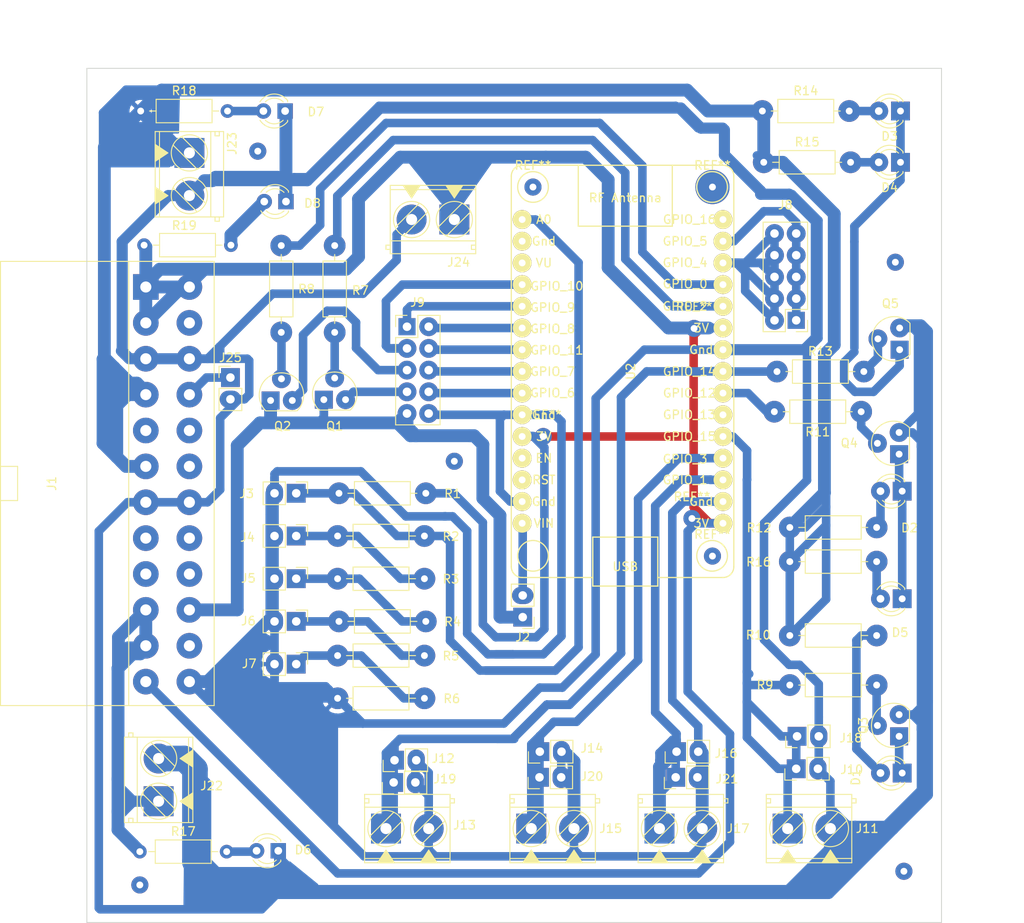
<source format=kicad_pcb>
(kicad_pcb (version 20171130) (host pcbnew "(5.1.2)-2")
  (layers (0 F.Cu signal) (31 B.Cu signal) (34 B.Paste user) (35 F.Paste user) (36 B.SilkS user) (37 F.SilkS user) (38 B.Mask user) (39 F.Mask user) (44 Edge.Cuts user))
  (net 0 "")
  (net 1 "Net-(D1-Pad1)")
  (net 2 "Net-(D1-Pad2)")
  (net 3 "Net-(D2-Pad2)")
  (net 4 "Net-(D2-Pad1)")
  (net 5 "Net-(D3-Pad2)")
  (net 6 "Net-(D3-Pad1)")
  (net 7 "Net-(D4-Pad2)")
  (net 8 +3V3)
  (net 9 GND)
  (net 10 +5V)
  (net 11 "Net-(J1-Pad5)")
  (net 12 "Net-(J1-Pad8)")
  (net 13 "Net-(J1-Pad9)")
  (net 14 +12V)
  (net 15 "Net-(J1-Pad14)")
  (net 16 "Net-(J1-Pad16)")
  (net 17 "Net-(J1-Pad17)")
  (net 18 "Net-(J1-Pad18)")
  (net 19 "Net-(J1-Pad20)")
  (net 20 "Net-(J1-Pad21)")
  (net 21 "Net-(J1-Pad23)")
  (net 22 "Net-(J3-Pad1)")
  (net 23 "Net-(J4-Pad1)")
  (net 24 "Net-(J5-Pad1)")
  (net 25 "Net-(J6-Pad1)")
  (net 26 "Net-(J7-Pad1)")
  (net 27 "Net-(J8-Pad10)")
  (net 28 "Net-(J8-Pad1)")
  (net 29 "Net-(J9-Pad2)")
  (net 30 "Net-(J9-Pad3)")
  (net 31 "Net-(J9-Pad4)")
  (net 32 "Net-(J9-Pad7)")
  (net 33 "Net-(J9-Pad8)")
  (net 34 "Net-(J9-Pad9)")
  (net 35 "Net-(J9-Pad10)")
  (net 36 "Net-(J10-Pad1)")
  (net 37 "Net-(J12-Pad1)")
  (net 38 "Net-(J14-Pad1)")
  (net 39 "Net-(J16-Pad1)")
  (net 40 "Net-(Q1-Pad2)")
  (net 41 "Net-(Q2-Pad2)")
  (net 42 "Net-(Q3-Pad2)")
  (net 43 "Net-(Q4-Pad2)")
  (net 44 "Net-(Q5-Pad2)")
  (net 45 "Net-(R7-Pad1)")
  (net 46 "Net-(R8-Pad1)")
  (net 47 "Net-(R11-Pad2)")
  (net 48 "Net-(U2-Pad2)")
  (net 49 "Net-(U2-Pad3)")
  (net 50 "Net-(U2-Pad12)")
  (net 51 "Net-(U2-Pad13)")
  (net 52 "Net-(D5-Pad2)")
  (net 53 "Net-(J2-Pad2)")
  (net 54 "Net-(J9-Pad1)")
  (net 55 "Net-(U2-Pad21)")
  (net 56 "Net-(U2-Pad30)")
  (net 57 "Net-(D6-Pad2)")
  (net 58 "Net-(D7-Pad2)")
  (net 59 "Net-(D8-Pad2)")
  (module atx:pastille (layer F.Cu) (at 91 102)
    (fp_text reference REF** hide)
    (fp_text value pastille)
    (pad 1 thru_hole circle (at 0 0) (size 2 2) (drill 0.8) (layers *.Cu *.Mask))
  )
  (module atx:pastille (layer F.Cu) (at 68 65.7)
    (fp_text reference REF** hide)
    (fp_text value pastille)
    (pad 1 thru_hole circle (at 0 0) (size 2 2) (drill 0.8) (layers *.Cu *.Mask))
  )
  (module atx:pastille (layer F.Cu) (at 142.6 78.7)
    (fp_text reference REF** hide)
    (fp_text value pastille)
    (pad 1 thru_hole circle (at 0 0) (size 2 2) (drill 0.8) (layers *.Cu *.Mask))
  )
  (module atx:pastille (layer F.Cu) (at 143.6 150)
    (fp_text reference REF** hide)
    (fp_text value pastille)
    (pad 1 thru_hole circle (at 0 0) (size 2 2) (drill 0.8) (layers *.Cu *.Mask))
  )
  (module atx:pastille (layer F.Cu) (at 54.2 151.6)
    (fp_text reference REF** hide)
    (fp_text value pastille)
    (pad 1 thru_hole circle (at 0 0) (size 2 2) (drill 0.8) (layers *.Cu *.Mask))
  )
  (module atx:pastille (layer F.Cu) (at 119.05 86.45)
    (fp_text reference REF** (at 0 -2.54) (layer F.SilkS))
    (fp_text value pastille)
    (pad 1 thru_hole circle (at 0 0) (size 2 2) (drill 0.8) (layers *.Cu *.Mask))
  )
  (module atx:PinHeader_1x02_P2.54mm_Vertical (layer F.Cu) (at 64.8 92.2)
    (fp_text reference J25 (at 0 -2.33) (layer F.SilkS))
    (fp_text value Conn_01x02_Female)
    (pad 1 thru_hole rect (at 0 0) (size 2.2 2.2) (drill 1) (layers *.Cu *.Mask) (net 16 "Net-(J1-Pad16)"))
    (pad 2 thru_hole oval (at 0 2.54) (size 2.5 2) (drill 1) (layers *.Cu *.Mask) (net 9 GND))
  )
  (module atx:resistance (layer F.Cu) (at 128.75 91.5)
    (fp_text reference R13 (at 5.08 -2.37) (layer F.SilkS))
    (fp_text value R)
    (pad 1 thru_hole circle (at 0 0) (size 2.54 2.54) (drill 0.8) (layers *.Cu *.Mask) (net 37 "Net-(J12-Pad1)"))
    (pad 2 thru_hole circle (at 10.16 0) (size 2.54 2.54) (drill 0.8) (layers *.Cu *.Mask) (net 44 "Net-(Q5-Pad2)"))
  )
  (module atx:bornier_2pts_L10mm_W8mm (layer F.Cu) (at 91 73.7 180)
    (fp_text reference J24 (at -0.5 -5) (layer F.SilkS))
    (fp_text value Screw_Terminal_01x02)
    (pad 2 thru_hole circle (at 5 0 180) (size 3.5 3.5) (drill 1.3) (layers *.Cu *.Mask) (net 9 GND))
    (pad 1 thru_hole rect (at 0 0 180) (size 3.5 3.5) (drill 1.3) (layers *.Cu *.Mask) (net 8 +3V3))
  )
  (module atx:bornier_2pts_L10mm_W8mm (layer F.Cu) (at 60 65.9 270)
    (fp_text reference J23 (at -1.1 -5 90) (layer F.SilkS))
    (fp_text value Screw_Terminal_01x02)
    (pad 2 thru_hole circle (at 5 0 270) (size 3.5 3.5) (drill 1.3) (layers *.Cu *.Mask) (net 9 GND))
    (pad 1 thru_hole rect (at 0 0 270) (size 3.5 3.5) (drill 1.3) (layers *.Cu *.Mask) (net 10 +5V))
  )
  (module atx:bornier_2pts_L10mm_W8mm (layer F.Cu) (at 56.4 141.8 90)
    (fp_text reference J22 (at 1.8 6.2 180) (layer F.SilkS))
    (fp_text value Screw_Terminal_01x02)
    (pad 2 thru_hole circle (at 5 0 90) (size 3.5 3.5) (drill 1.3) (layers *.Cu *.Mask) (net 9 GND))
    (pad 1 thru_hole rect (at 0 0 90) (size 3.5 3.5) (drill 1.3) (layers *.Cu *.Mask) (net 14 +12V))
  )
  (module Resistor_THT:R_Axial_DIN0207_L6.3mm_D2.5mm_P10.16mm_Horizontal (layer F.Cu) (at 54.7 76.7)
    (fp_text reference R19 (at 4.7 -2.3) (layer F.SilkS))
    (fp_text value R)
    (pad 2 thru_hole oval (at 10.16 0) (size 1.6 1.6) (drill 0.8) (layers *.Cu *.Mask) (net 59 "Net-(D8-Pad2)"))
    (pad 1 thru_hole circle (at 0 0) (size 1.6 1.6) (drill 0.8) (layers *.Cu *.Mask) (net 8 +3V3))
  )
  (module Resistor_THT:R_Axial_DIN0207_L6.3mm_D2.5mm_P10.16mm_Horizontal (layer F.Cu) (at 54.3 61)
    (fp_text reference R18 (at 5.08 -2.37) (layer F.SilkS))
    (fp_text value R)
    (pad 2 thru_hole oval (at 10.16 0) (size 1.6 1.6) (drill 0.8) (layers *.Cu *.Mask) (net 58 "Net-(D7-Pad2)"))
    (pad 1 thru_hole circle (at 0 0) (size 1.6 1.6) (drill 0.8) (layers *.Cu *.Mask) (net 10 +5V))
  )
  (module Resistor_THT:R_Axial_DIN0207_L6.3mm_D2.5mm_P10.16mm_Horizontal (layer F.Cu) (at 54.2 147.7)
    (fp_text reference R17 (at 5.08 -2.37) (layer F.SilkS))
    (fp_text value R)
    (pad 2 thru_hole oval (at 10.16 0) (size 1.6 1.6) (drill 0.8) (layers *.Cu *.Mask) (net 57 "Net-(D6-Pad2)"))
    (pad 1 thru_hole circle (at 0 0) (size 1.6 1.6) (drill 0.8) (layers *.Cu *.Mask) (net 14 +12V))
  )
  (module LED_THT:LED_D3.0mm (layer F.Cu) (at 71.3 71.6 180)
    (fp_text reference D8 (at -3.1 -0.2) (layer F.SilkS))
    (fp_text value LED)
    (pad 2 thru_hole circle (at 2.54 0 180) (size 1.8 1.8) (drill 0.9) (layers *.Cu *.Mask) (net 59 "Net-(D8-Pad2)"))
    (pad 1 thru_hole rect (at 0 0 180) (size 1.8 1.8) (drill 0.9) (layers *.Cu *.Mask) (net 9 GND))
  )
  (module LED_THT:LED_D3.0mm (layer F.Cu) (at 71.2 61 180)
    (fp_text reference D7 (at -3.6 -0.1) (layer F.SilkS))
    (fp_text value LED)
    (pad 2 thru_hole circle (at 2.54 0 180) (size 1.8 1.8) (drill 0.9) (layers *.Cu *.Mask) (net 58 "Net-(D7-Pad2)"))
    (pad 1 thru_hole rect (at 0 0 180) (size 1.8 1.8) (drill 0.9) (layers *.Cu *.Mask) (net 9 GND))
  )
  (module LED_THT:LED_D3.0mm (layer F.Cu) (at 70.4 147.6 180)
    (fp_text reference D6 (at -2.9 0.1) (layer F.SilkS))
    (fp_text value LED)
    (pad 2 thru_hole circle (at 2.54 0 180) (size 1.8 1.8) (drill 0.9) (layers *.Cu *.Mask) (net 57 "Net-(D6-Pad2)"))
    (pad 1 thru_hole rect (at 0 0 180) (size 1.8 1.8) (drill 0.9) (layers *.Cu *.Mask) (net 9 GND))
  )
  (module atx:pastille (layer F.Cu) (at 118.8 108.7)
    (fp_text reference REF** (at 0 -2.54) (layer F.SilkS))
    (fp_text value pastille)
    (pad 1 thru_hole circle (at 0 0) (size 2 2) (drill 0.8) (layers *.Cu *.Mask))
  )
  (module atx:PinHeader_1x02_P2.54mm_Vertical (layer F.Cu) (at 116.9 139 90)
    (fp_text reference J21 (at -0.2 6 180) (layer F.SilkS))
    (fp_text value Conn_01x02_Female)
    (pad 1 thru_hole rect (at 0 0 90) (size 2.2 2.2) (drill 1) (layers *.Cu *.Mask) (net 39 "Net-(J16-Pad1)"))
    (pad 2 thru_hole oval (at 0 2.54 90) (size 2.5 2) (drill 1) (layers *.Cu *.Mask) (net 9 GND))
  )
  (module atx:PinHeader_1x02_P2.54mm_Vertical (layer F.Cu) (at 100.96 139 90)
    (fp_text reference J20 (at 0.1 6.14 180) (layer F.SilkS))
    (fp_text value Conn_01x02_Female)
    (pad 1 thru_hole rect (at 0 0 90) (size 2.2 2.2) (drill 1) (layers *.Cu *.Mask) (net 38 "Net-(J14-Pad1)"))
    (pad 2 thru_hole oval (at 0 2.54 90) (size 2.5 2) (drill 1) (layers *.Cu *.Mask) (net 9 GND))
  )
  (module atx:PinHeader_1x02_P2.54mm_Vertical (layer F.Cu) (at 83.9 139.6 90)
    (fp_text reference J19 (at 0.4 6 180) (layer F.SilkS))
    (fp_text value Conn_01x02_Female)
    (pad 1 thru_hole rect (at 0 0 90) (size 2.2 2.2) (drill 1) (layers *.Cu *.Mask) (net 37 "Net-(J12-Pad1)"))
    (pad 2 thru_hole oval (at 0 2.54 90) (size 2.5 2) (drill 1) (layers *.Cu *.Mask) (net 9 GND))
  )
  (module atx:PinHeader_1x02_P2.54mm_Vertical (layer F.Cu) (at 131.1 134.2 90)
    (fp_text reference J18 (at -0.2 6.3 180) (layer F.SilkS))
    (fp_text value Conn_01x02_Female)
    (pad 1 thru_hole rect (at 0 0 90) (size 2.2 2.2) (drill 1) (layers *.Cu *.Mask) (net 36 "Net-(J10-Pad1)"))
    (pad 2 thru_hole oval (at 0 2.54 90) (size 2.5 2) (drill 1) (layers *.Cu *.Mask) (net 9 GND))
  )
  (module atx:PinHeader_1x02_P2.54mm_Vertical (layer F.Cu) (at 99 120.25 180)
    (fp_text reference J2 (at 0 -2.33) (layer F.SilkS))
    (fp_text value Conn_01x02_Male)
    (pad 1 thru_hole rect (at 0 0 180) (size 2.2 2.2) (drill 1) (layers *.Cu *.Mask) (net 10 +5V))
    (pad 2 thru_hole oval (at 0 2.54 180) (size 2.5 2) (drill 1) (layers *.Cu *.Mask) (net 53 "Net-(J2-Pad2)"))
  )
  (module atx:PinHeader_1x02_P2.54mm_Vertical (layer F.Cu) (at 72.5 105.75 270)
    (fp_text reference J3 (at 0.05 5.8 180) (layer F.SilkS))
    (fp_text value Conn_01x02_Female)
    (pad 1 thru_hole rect (at 0 0 270) (size 2.2 2.2) (drill 1) (layers *.Cu *.Mask) (net 22 "Net-(J3-Pad1)"))
    (pad 2 thru_hole oval (at 0 2.54 270) (size 2.5 2) (drill 1) (layers *.Cu *.Mask) (net 9 GND))
  )
  (module atx:PinHeader_1x02_P2.54mm_Vertical (layer F.Cu) (at 72.5 110.75 270)
    (fp_text reference J4 (at 0.15 5.7 180) (layer F.SilkS))
    (fp_text value Conn_01x02_Female)
    (pad 1 thru_hole rect (at 0 0 270) (size 2.2 2.2) (drill 1) (layers *.Cu *.Mask) (net 23 "Net-(J4-Pad1)"))
    (pad 2 thru_hole oval (at 0 2.54 270) (size 2.5 2) (drill 1) (layers *.Cu *.Mask) (net 9 GND))
  )
  (module atx:PinHeader_1x02_P2.54mm_Vertical (layer F.Cu) (at 72.5 115.75 270)
    (fp_text reference J5 (at -0.05 5.6 180) (layer F.SilkS))
    (fp_text value Conn_01x02_Female)
    (pad 1 thru_hole rect (at 0 0 270) (size 2.2 2.2) (drill 1) (layers *.Cu *.Mask) (net 24 "Net-(J5-Pad1)"))
    (pad 2 thru_hole oval (at 0 2.54 270) (size 2.5 2) (drill 1) (layers *.Cu *.Mask) (net 9 GND))
  )
  (module atx:PinHeader_1x02_P2.54mm_Vertical (layer F.Cu) (at 72.5 120.75 270)
    (fp_text reference J6 (at -0.05 5.6 180) (layer F.SilkS))
    (fp_text value Conn_01x02_Female)
    (pad 1 thru_hole rect (at 0 0 270) (size 2.2 2.2) (drill 1) (layers *.Cu *.Mask) (net 25 "Net-(J6-Pad1)"))
    (pad 2 thru_hole oval (at 0 2.54 270) (size 2.5 2) (drill 1) (layers *.Cu *.Mask) (net 9 GND))
  )
  (module atx:PinHeader_1x02_P2.54mm_Vertical (layer F.Cu) (at 72.5 125.75 270)
    (fp_text reference J7 (at -0.05 5.5 180) (layer F.SilkS))
    (fp_text value Conn_01x02_Female)
    (pad 1 thru_hole rect (at 0 0 270) (size 2.2 2.2) (drill 1) (layers *.Cu *.Mask) (net 26 "Net-(J7-Pad1)"))
    (pad 2 thru_hole oval (at 0 2.54 270) (size 2.5 2) (drill 1) (layers *.Cu *.Mask) (net 9 GND))
  )
  (module atx:PinHeader_1x02_P2.54mm_Vertical (layer F.Cu) (at 131 138 90)
    (fp_text reference J10 (at -0.1 6.5 180) (layer F.SilkS))
    (fp_text value Conn_01x02_Female)
    (pad 1 thru_hole rect (at 0 0 90) (size 2.2 2.2) (drill 1) (layers *.Cu *.Mask) (net 36 "Net-(J10-Pad1)"))
    (pad 2 thru_hole oval (at 0 2.54 90) (size 2.5 2) (drill 1) (layers *.Cu *.Mask) (net 9 GND))
  )
  (module atx:PinHeader_1x02_P2.54mm_Vertical (layer F.Cu) (at 84 137 90)
    (fp_text reference J12 (at 0.2 5.7 180) (layer F.SilkS))
    (fp_text value Conn_01x02_Female)
    (pad 1 thru_hole rect (at 0 0 90) (size 2.2 2.2) (drill 1) (layers *.Cu *.Mask) (net 37 "Net-(J12-Pad1)"))
    (pad 2 thru_hole oval (at 0 2.54 90) (size 2.5 2) (drill 1) (layers *.Cu *.Mask) (net 9 GND))
  )
  (module atx:PinHeader_1x02_P2.54mm_Vertical (layer F.Cu) (at 101 136 90)
    (fp_text reference J14 (at 0.4 6.1 180) (layer F.SilkS))
    (fp_text value Conn_01x02_Female)
    (pad 1 thru_hole rect (at 0 0 90) (size 2.2 2.2) (drill 1) (layers *.Cu *.Mask) (net 38 "Net-(J14-Pad1)"))
    (pad 2 thru_hole oval (at 0 2.54 90) (size 2.5 2) (drill 1) (layers *.Cu *.Mask) (net 9 GND))
  )
  (module atx:PinHeader_1x02_P2.54mm_Vertical (layer F.Cu) (at 117 136 90)
    (fp_text reference J16 (at -0.2 5.8 180) (layer F.SilkS))
    (fp_text value Conn_01x02_Female)
    (pad 1 thru_hole rect (at 0 0 90) (size 2.2 2.2) (drill 1) (layers *.Cu *.Mask) (net 39 "Net-(J16-Pad1)"))
    (pad 2 thru_hole oval (at 0 2.54 90) (size 2.5 2) (drill 1) (layers *.Cu *.Mask) (net 9 GND))
  )
  (module atx:pastille (layer F.Cu) (at 100.2 69.9)
    (fp_text reference REF** (at 0 -2.54) (layer F.SilkS))
    (fp_text value pastille)
    (pad 1 thru_hole circle (at 0 0) (size 2 2) (drill 0.8) (layers *.Cu *.Mask))
  )
  (module atx:pastille (layer F.Cu) (at 101.4 99.1)
    (fp_text reference REF** (at 0 -2.54) (layer F.SilkS))
    (fp_text value pastille)
    (pad 1 thru_hole circle (at 0 0) (size 2 2) (drill 0.8) (layers *.Cu *.Mask))
  )
  (module atx:pastille (layer F.Cu) (at 121.2 113.1)
    (fp_text reference REF** (at 0 -2.54) (layer F.SilkS))
    (fp_text value pastille)
    (pad 1 thru_hole circle (at 0 0) (size 2 2) (drill 0.8) (layers *.Cu *.Mask))
  )
  (module atx:pastille (layer F.Cu) (at 121.2 69.9)
    (fp_text reference REF** (at 0 -2.54) (layer F.SilkS))
    (fp_text value pastille)
    (pad 1 thru_hole circle (at 0 0) (size 4 4) (drill 0.8) (layers *.Cu *.Mask))
  )
  (module atx:LED_D3.0mm (layer F.Cu) (at 143.4 118.1 180)
    (fp_text reference D5 (at 0.25 -3.95) (layer F.SilkS))
    (fp_text value LED)
    (pad 1 thru_hole rect (at 0 0 180) (size 2.2 2.2) (drill 0.8) (layers *.Cu *.Mask) (net 4 "Net-(D2-Pad1)"))
    (pad 2 thru_hole circle (at 2.54 0 180) (size 2.2 2.2) (drill 0.9) (layers *.Cu *.Mask) (net 52 "Net-(D5-Pad2)"))
  )
  (module atx:LED_D3.0mm (layer F.Cu) (at 143.4 138.5 180)
    (fp_text reference D1 (at 5.44 -0.5 270) (layer F.SilkS))
    (fp_text value LED)
    (pad 1 thru_hole rect (at 0 0 180) (size 2.2 2.2) (drill 0.8) (layers *.Cu *.Mask) (net 1 "Net-(D1-Pad1)"))
    (pad 2 thru_hole circle (at 2.54 0 180) (size 2.2 2.2) (drill 0.9) (layers *.Cu *.Mask) (net 2 "Net-(D1-Pad2)"))
  )
  (module atx:LED_D3.0mm (layer F.Cu) (at 143.4 105.5 180)
    (fp_text reference D2 (at -0.85 -4.3) (layer F.SilkS))
    (fp_text value LED)
    (pad 1 thru_hole rect (at 0 0 180) (size 2.2 2.2) (drill 0.8) (layers *.Cu *.Mask) (net 4 "Net-(D2-Pad1)"))
    (pad 2 thru_hole circle (at 2.54 0 180) (size 2.2 2.2) (drill 0.9) (layers *.Cu *.Mask) (net 3 "Net-(D2-Pad2)"))
  )
  (module atx:LED_D3.0mm (layer F.Cu) (at 143.2 61 180)
    (fp_text reference D3 (at 1.27 -2.96) (layer F.SilkS))
    (fp_text value LED)
    (pad 1 thru_hole rect (at 0 0 180) (size 2.2 2.2) (drill 0.8) (layers *.Cu *.Mask) (net 6 "Net-(D3-Pad1)"))
    (pad 2 thru_hole circle (at 2.54 0 180) (size 2.2 2.2) (drill 0.9) (layers *.Cu *.Mask) (net 5 "Net-(D3-Pad2)"))
  )
  (module atx:LED_D3.0mm (layer F.Cu) (at 143.2 67 180)
    (fp_text reference D4 (at 1.27 -2.96) (layer F.SilkS))
    (fp_text value LED)
    (pad 1 thru_hole rect (at 0 0 180) (size 2.2 2.2) (drill 0.8) (layers *.Cu *.Mask) (net 6 "Net-(D3-Pad1)"))
    (pad 2 thru_hole circle (at 2.54 0 180) (size 2.2 2.2) (drill 0.9) (layers *.Cu *.Mask) (net 7 "Net-(D4-Pad2)"))
  )
  (module Resistor_THT:R_Axial_DIN0207_L6.3mm_D2.5mm_P10.16mm_Horizontal (layer F.Cu) (at 127.04 61)
    (fp_text reference R14 (at 5.08 -2.37) (layer F.SilkS))
    (fp_text value R)
    (pad 1 thru_hole circle (at 0 0) (size 2.54 2.54) (drill 0.8) (layers *.Cu *.Mask) (net 10 +5V))
    (pad 2 thru_hole circle (at 10.16 0) (size 2.54 2.54) (drill 0.8) (layers *.Cu *.Mask) (net 5 "Net-(D3-Pad2)"))
  )
  (module atx:resistance (layer F.Cu) (at 70.75 76.75 270)
    (fp_text reference R8 (at 5.08 -2.95 180) (layer F.SilkS))
    (fp_text value R)
    (pad 1 thru_hole circle (at 0 0 270) (size 2.54 2.54) (drill 0.8) (layers *.Cu *.Mask) (net 46 "Net-(R8-Pad1)"))
    (pad 2 thru_hole circle (at 10.16 0 270) (size 2.54 2.54) (drill 0.8) (layers *.Cu *.Mask) (net 41 "Net-(Q2-Pad2)"))
  )
  (module atx:resistance (layer F.Cu) (at 130.25 113.75)
    (fp_text reference R16 (at -3.65 0.05) (layer F.SilkS))
    (fp_text value R)
    (pad 1 thru_hole circle (at 0 0) (size 2.54 2.54) (drill 0.8) (layers *.Cu *.Mask) (net 10 +5V))
    (pad 2 thru_hole circle (at 10.16 0) (size 2.54 2.54) (drill 0.8) (layers *.Cu *.Mask) (net 52 "Net-(D5-Pad2)"))
  )
  (module atx:resistance (layer F.Cu) (at 87.66 105.75 180)
    (fp_text reference R1 (at -3.14 -0.05) (layer F.SilkS))
    (fp_text value R)
    (pad 1 thru_hole circle (at 0 0 180) (size 2.54 2.54) (drill 0.8) (layers *.Cu *.Mask) (net 8 +3V3))
    (pad 2 thru_hole circle (at 10.16 0 180) (size 2.54 2.54) (drill 0.8) (layers *.Cu *.Mask) (net 22 "Net-(J3-Pad1)"))
  )
  (module atx:resistance (layer F.Cu) (at 77.34 110.75)
    (fp_text reference R2 (at 13.26 0.05) (layer F.SilkS))
    (fp_text value R)
    (pad 1 thru_hole circle (at 0 0) (size 2.54 2.54) (drill 0.8) (layers *.Cu *.Mask) (net 23 "Net-(J4-Pad1)"))
    (pad 2 thru_hole circle (at 10.16 0) (size 2.54 2.54) (drill 0.8) (layers *.Cu *.Mask) (net 22 "Net-(J3-Pad1)"))
  )
  (module atx:resistance (layer F.Cu) (at 77.34 115.75)
    (fp_text reference R3 (at 13.26 0.05) (layer F.SilkS))
    (fp_text value R)
    (pad 1 thru_hole circle (at 0 0) (size 2.54 2.54) (drill 0.8) (layers *.Cu *.Mask) (net 24 "Net-(J5-Pad1)"))
    (pad 2 thru_hole circle (at 10.16 0) (size 2.54 2.54) (drill 0.8) (layers *.Cu *.Mask) (net 23 "Net-(J4-Pad1)"))
  )
  (module atx:resistance (layer F.Cu) (at 77.5 120.75)
    (fp_text reference R4 (at 13.3 0.05) (layer F.SilkS))
    (fp_text value R)
    (pad 1 thru_hole circle (at 0 0) (size 2.54 2.54) (drill 0.8) (layers *.Cu *.Mask) (net 25 "Net-(J6-Pad1)"))
    (pad 2 thru_hole circle (at 10.16 0) (size 2.54 2.54) (drill 0.8) (layers *.Cu *.Mask) (net 24 "Net-(J5-Pad1)"))
  )
  (module atx:resistance (layer F.Cu) (at 77.34 124.75)
    (fp_text reference R5 (at 13.26 0.05) (layer F.SilkS))
    (fp_text value R)
    (pad 1 thru_hole circle (at 0 0) (size 2.54 2.54) (drill 0.8) (layers *.Cu *.Mask) (net 26 "Net-(J7-Pad1)"))
    (pad 2 thru_hole circle (at 10.16 0) (size 2.54 2.54) (drill 0.8) (layers *.Cu *.Mask) (net 25 "Net-(J6-Pad1)"))
  )
  (module atx:resistance (layer F.Cu) (at 77.34 129.75)
    (fp_text reference R6 (at 13.36 0.05) (layer F.SilkS))
    (fp_text value R)
    (pad 1 thru_hole circle (at 0 0) (size 2.54 2.54) (drill 0.8) (layers *.Cu *.Mask) (net 9 GND))
    (pad 2 thru_hole circle (at 10.16 0) (size 2.54 2.54) (drill 0.8) (layers *.Cu *.Mask) (net 26 "Net-(J7-Pad1)"))
  )
  (module atx:resistance (layer F.Cu) (at 77 76.75 270)
    (fp_text reference R7 (at 5.25 -3 180) (layer F.SilkS))
    (fp_text value R)
    (pad 1 thru_hole circle (at 0 0 270) (size 2.54 2.54) (drill 0.8) (layers *.Cu *.Mask) (net 45 "Net-(R7-Pad1)"))
    (pad 2 thru_hole circle (at 10.16 0 270) (size 2.54 2.54) (drill 0.8) (layers *.Cu *.Mask) (net 40 "Net-(Q1-Pad2)"))
  )
  (module atx:resistance (layer F.Cu) (at 130.25 128.2)
    (fp_text reference R9 (at -2.9 0) (layer F.SilkS))
    (fp_text value R)
    (pad 1 thru_hole circle (at 0 0) (size 2.54 2.54) (drill 0.8) (layers *.Cu *.Mask) (net 36 "Net-(J10-Pad1)"))
    (pad 2 thru_hole circle (at 10.16 0) (size 2.54 2.54) (drill 0.8) (layers *.Cu *.Mask) (net 42 "Net-(Q3-Pad2)"))
  )
  (module atx:resistance (layer F.Cu) (at 130.25 122.4)
    (fp_text reference R10 (at -3.69 -0.05) (layer F.SilkS))
    (fp_text value R)
    (pad 1 thru_hole circle (at 0 0) (size 2.54 2.54) (drill 0.8) (layers *.Cu *.Mask) (net 10 +5V))
    (pad 2 thru_hole circle (at 10.16 0) (size 2.54 2.54) (drill 0.8) (layers *.Cu *.Mask) (net 2 "Net-(D1-Pad2)"))
  )
  (module atx:resistance (layer F.Cu) (at 138.6 96.2 180)
    (fp_text reference R11 (at 5.08 -2.37) (layer F.SilkS))
    (fp_text value R)
    (pad 1 thru_hole circle (at 0 0 180) (size 2.54 2.54) (drill 0.8) (layers *.Cu *.Mask) (net 43 "Net-(Q4-Pad2)"))
    (pad 2 thru_hole circle (at 10.16 0 180) (size 2.54 2.54) (drill 0.8) (layers *.Cu *.Mask) (net 47 "Net-(R11-Pad2)"))
  )
  (module atx:resistance (layer F.Cu) (at 130.25 109.75)
    (fp_text reference R12 (at -3.59 0.05) (layer F.SilkS))
    (fp_text value R)
    (pad 1 thru_hole circle (at 0 0) (size 2.54 2.54) (drill 0.8) (layers *.Cu *.Mask) (net 10 +5V))
    (pad 2 thru_hole circle (at 10.16 0) (size 2.54 2.54) (drill 0.8) (layers *.Cu *.Mask) (net 3 "Net-(D2-Pad2)"))
  )
  (module atx:resistance (layer F.Cu) (at 127.2 67)
    (fp_text reference R15 (at 5.08 -2.37) (layer F.SilkS))
    (fp_text value R)
    (pad 1 thru_hole circle (at 0 0) (size 2.54 2.54) (drill 0.8) (layers *.Cu *.Mask) (net 10 +5V))
    (pad 2 thru_hole circle (at 10.16 0) (size 2.54 2.54) (drill 0.8) (layers *.Cu *.Mask) (net 7 "Net-(D4-Pad2)"))
  )
  (module atx:TO-92_Inline-fred-2 (layer F.Cu) (at 69.5 94.25)
    (fp_text reference Q2 (at 1.4 3.65) (layer F.SilkS))
    (fp_text value BC548)
    (pad 2 thru_hole circle (at 1.27 -1.905) (size 2.2 2.2) (drill 0.8) (layers *.Cu *.Mask) (net 41 "Net-(Q2-Pad2)"))
    (pad 3 thru_hole circle (at 2.54 0.635) (size 2.2 2.2) (drill 0.8) (layers *.Cu *.Mask) (net 30 "Net-(J9-Pad3)"))
    (pad 1 thru_hole rect (at 0 0.635) (size 2.1 2.1) (drill 0.8) (layers *.Cu *.Mask) (net 10 +5V))
  )
  (module atx:TO-92_Inline-fred-2 (layer F.Cu) (at 75.73 94.155)
    (fp_text reference Q1 (at 1.27 3.745) (layer F.SilkS))
    (fp_text value BC548)
    (pad 2 thru_hole circle (at 1.27 -1.905) (size 2.2 2.2) (drill 0.8) (layers *.Cu *.Mask) (net 40 "Net-(Q1-Pad2)"))
    (pad 3 thru_hole circle (at 2.54 0.635) (size 2.2 2.2) (drill 0.8) (layers *.Cu *.Mask) (net 31 "Net-(J9-Pad4)"))
    (pad 1 thru_hole rect (at 0 0.635) (size 2.1 2.1) (drill 0.8) (layers *.Cu *.Mask) (net 10 +5V))
  )
  (module atx:TO-92_Inline-fred-2 (layer F.Cu) (at 142.405 134.2 90)
    (fp_text reference Q3 (at 1.27 -3.56 90) (layer F.SilkS))
    (fp_text value BC548)
    (pad 2 thru_hole circle (at 1.27 -1.905 90) (size 2.2 2.2) (drill 0.8) (layers *.Cu *.Mask) (net 42 "Net-(Q3-Pad2)"))
    (pad 3 thru_hole circle (at 2.54 0.635 90) (size 2.2 2.2) (drill 0.8) (layers *.Cu *.Mask) (net 9 GND))
    (pad 1 thru_hole rect (at 0 0.635 90) (size 2.1 2.1) (drill 0.8) (layers *.Cu *.Mask) (net 1 "Net-(D1-Pad1)"))
  )
  (module atx:TO-92_Inline-fred-2 (layer F.Cu) (at 142.405 101.17 90)
    (fp_text reference Q4 (at 1.3 -5.2 180) (layer F.SilkS))
    (fp_text value BC548)
    (pad 2 thru_hole circle (at 1.27 -1.905 90) (size 2.2 2.2) (drill 0.8) (layers *.Cu *.Mask) (net 43 "Net-(Q4-Pad2)"))
    (pad 3 thru_hole circle (at 2.54 0.635 90) (size 2.2 2.2) (drill 0.8) (layers *.Cu *.Mask) (net 9 GND))
    (pad 1 thru_hole rect (at 0 0.635 90) (size 2.1 2.1) (drill 0.8) (layers *.Cu *.Mask) (net 4 "Net-(D2-Pad1)"))
  )
  (module atx:TO-92_Inline-fred-2 (layer F.Cu) (at 142.465 88.94 90)
    (fp_text reference Q5 (at 5.4 -0.45 180) (layer F.SilkS))
    (fp_text value BC548)
    (pad 2 thru_hole circle (at 1.27 -1.905 90) (size 2.2 2.2) (drill 0.8) (layers *.Cu *.Mask) (net 44 "Net-(Q5-Pad2)"))
    (pad 3 thru_hole circle (at 2.54 0.635 90) (size 2.2 2.2) (drill 0.8) (layers *.Cu *.Mask) (net 9 GND))
    (pad 1 thru_hole rect (at 0 0.635 90) (size 2.1 2.1) (drill 0.8) (layers *.Cu *.Mask) (net 6 "Net-(D3-Pad1)"))
  )
  (module atx:PinHeader_2x05_P2.54mm_Vertical-fred (layer F.Cu) (at 85.46 86.25)
    (fp_text reference J9 (at 1.24 -2.85 180) (layer F.SilkS))
    (fp_text value Conn_02x05_Top_Bottom)
    (pad 6 thru_hole circle (at 2.54 10.16) (size 2.2 2.2) (drill 1) (layers *.Cu *.Mask) (net 9 GND))
    (pad 5 thru_hole circle (at 0 10.16) (size 2.2 2.2) (drill 1) (layers *.Cu *.Mask) (net 10 +5V))
    (pad 7 thru_hole circle (at 2.54 7.62) (size 2.2 2.2) (drill 1) (layers *.Cu *.Mask) (net 32 "Net-(J9-Pad7)"))
    (pad 4 thru_hole circle (at 0 7.62) (size 2.2 2.2) (drill 1) (layers *.Cu *.Mask) (net 31 "Net-(J9-Pad4)"))
    (pad 8 thru_hole circle (at 2.54 5.08) (size 2.2 2.2) (drill 1) (layers *.Cu *.Mask) (net 33 "Net-(J9-Pad8)"))
    (pad 3 thru_hole circle (at 0 5.08) (size 2.2 2.2) (drill 1) (layers *.Cu *.Mask) (net 30 "Net-(J9-Pad3)"))
    (pad 9 thru_hole circle (at 2.54 2.54) (size 2.2 2.2) (drill 1) (layers *.Cu *.Mask) (net 34 "Net-(J9-Pad9)"))
    (pad 2 thru_hole circle (at 0 2.54) (size 2.2 2.2) (drill 1) (layers *.Cu *.Mask) (net 29 "Net-(J9-Pad2)"))
    (pad 10 thru_hole circle (at 2.54 0) (size 2.2 2.2) (drill 1) (layers *.Cu *.Mask) (net 35 "Net-(J9-Pad10)"))
    (pad 1 thru_hole rect (at 0 0 180) (size 2 2) (drill 1) (layers *.Cu *.Mask) (net 54 "Net-(J9-Pad1)"))
  )
  (module atx:PinHeader_2x05_P2.54mm_Vertical-fred (layer F.Cu) (at 131 85.5 180)
    (fp_text reference J8 (at 1.27 13.5) (layer F.SilkS))
    (fp_text value Conn_02x05_Counter_Clockwise)
    (pad 6 thru_hole circle (at 2.54 10.16 180) (size 2.2 2.2) (drill 1) (layers *.Cu *.Mask) (net 27 "Net-(J8-Pad10)"))
    (pad 5 thru_hole circle (at 0 10.16 180) (size 2.2 2.2) (drill 1) (layers *.Cu *.Mask) (net 28 "Net-(J8-Pad1)"))
    (pad 7 thru_hole circle (at 2.54 7.62 180) (size 2.2 2.2) (drill 1) (layers *.Cu *.Mask) (net 27 "Net-(J8-Pad10)"))
    (pad 4 thru_hole circle (at 0 7.62 180) (size 2.2 2.2) (drill 1) (layers *.Cu *.Mask) (net 28 "Net-(J8-Pad1)"))
    (pad 8 thru_hole circle (at 2.54 5.08 180) (size 2.2 2.2) (drill 1) (layers *.Cu *.Mask) (net 27 "Net-(J8-Pad10)"))
    (pad 3 thru_hole circle (at 0 5.08 180) (size 2.2 2.2) (drill 1) (layers *.Cu *.Mask) (net 28 "Net-(J8-Pad1)"))
    (pad 9 thru_hole circle (at 2.54 2.54 180) (size 2.2 2.2) (drill 1) (layers *.Cu *.Mask) (net 27 "Net-(J8-Pad10)"))
    (pad 2 thru_hole circle (at 0 2.54 180) (size 2.2 2.2) (drill 1) (layers *.Cu *.Mask) (net 28 "Net-(J8-Pad1)"))
    (pad 10 thru_hole circle (at 2.54 0 180) (size 2.2 2.2) (drill 1) (layers *.Cu *.Mask) (net 27 "Net-(J8-Pad10)"))
    (pad 1 thru_hole rect (at 0 0) (size 2 2) (drill 1) (layers *.Cu *.Mask) (net 28 "Net-(J8-Pad1)"))
  )
  (module atx:atx_couder (layer F.Cu) (at 54.9 81.6 270)
    (fp_text reference J1 (at 23 11 90) (layer F.SilkS))
    (fp_text value Conn_02x12_Top_Bottom)
    (pad 1 thru_hole rect (at 0 0 270) (size 3 3) (drill 1.3) (layers *.Cu *.Mask) (net 8 +3V3))
    (pad 2 thru_hole circle (at 4.2 0 270) (size 3 3) (drill 1.3) (layers *.Cu *.Mask) (net 8 +3V3))
    (pad 3 thru_hole circle (at 8.4 0 270) (size 3 3) (drill 1.3) (layers *.Cu *.Mask) (net 9 GND))
    (pad 4 thru_hole circle (at 12.6 0 270) (size 3 3) (drill 1.3) (layers *.Cu *.Mask) (net 10 +5V))
    (pad 5 thru_hole circle (at 16.8 0 270) (size 3 3) (drill 1.3) (layers *.Cu *.Mask) (net 11 "Net-(J1-Pad5)"))
    (pad 6 thru_hole circle (at 21 0 270) (size 3 3) (drill 1.3) (layers *.Cu *.Mask) (net 10 +5V))
    (pad 7 thru_hole circle (at 25.2 0 270) (size 3 3) (drill 1.3) (layers *.Cu *.Mask) (net 9 GND))
    (pad 8 thru_hole circle (at 29.4 0 270) (size 3 3) (drill 1.3) (layers *.Cu *.Mask) (net 12 "Net-(J1-Pad8)"))
    (pad 9 thru_hole circle (at 33.6 0 270) (size 3 3) (drill 1.3) (layers *.Cu *.Mask) (net 13 "Net-(J1-Pad9)"))
    (pad 10 thru_hole circle (at 37.8 0 270) (size 3 3) (drill 1.3) (layers *.Cu *.Mask) (net 14 +12V))
    (pad 11 thru_hole circle (at 42 0 270) (size 3 3) (drill 1.3) (layers *.Cu *.Mask) (net 14 +12V))
    (pad 12 thru_hole circle (at 46.2 0 270) (size 3 3) (drill 1.3) (layers *.Cu *.Mask) (net 8 +3V3))
    (pad 13 thru_hole circle (at 0 -5.1 270) (size 3 3) (drill 1.3) (layers *.Cu *.Mask) (net 8 +3V3))
    (pad 14 thru_hole circle (at 4.2 -5.1 270) (size 3 3) (drill 1.3) (layers *.Cu *.Mask) (net 15 "Net-(J1-Pad14)"))
    (pad 15 thru_hole circle (at 8.4 -5.1 270) (size 3 3) (drill 1.3) (layers *.Cu *.Mask) (net 9 GND))
    (pad 16 thru_hole circle (at 12.6 -5.1 270) (size 3 3) (drill 1.3) (layers *.Cu *.Mask) (net 16 "Net-(J1-Pad16)"))
    (pad 17 thru_hole circle (at 16.8 -5.1 270) (size 3 3) (drill 1.3) (layers *.Cu *.Mask) (net 17 "Net-(J1-Pad17)"))
    (pad 18 thru_hole circle (at 21 -5.1 270) (size 3 3) (drill 1.3) (layers *.Cu *.Mask) (net 18 "Net-(J1-Pad18)"))
    (pad 19 thru_hole circle (at 25.2 -5.1 270) (size 3 3) (drill 1.3) (layers *.Cu *.Mask) (net 9 GND))
    (pad 20 thru_hole circle (at 29.4 -5.1 270) (size 3 3) (drill 1.3) (layers *.Cu *.Mask) (net 19 "Net-(J1-Pad20)"))
    (pad 21 thru_hole circle (at 33.6 -5.1 270) (size 3 3) (drill 1.3) (layers *.Cu *.Mask) (net 20 "Net-(J1-Pad21)"))
    (pad 22 thru_hole circle (at 37.8 -5.1 270) (size 3 3) (drill 1.3) (layers *.Cu *.Mask) (net 10 +5V))
    (pad 23 thru_hole circle (at 42 -5.1 270) (size 3 3) (drill 1.3) (layers *.Cu *.Mask) (net 21 "Net-(J1-Pad23)"))
    (pad 24 thru_hole circle (at 46.2 -5.1 270) (size 3 3) (drill 1.3) (layers *.Cu *.Mask) (net 9 GND))
  )
  (module atx:bornier_2pts_L10mm_W8mm (layer F.Cu) (at 130 145)
    (fp_text reference J11 (at 9.3 0) (layer F.SilkS))
    (fp_text value Screw_Terminal_01x02)
    (pad 1 thru_hole rect (at 0 0) (size 3.5 3.5) (drill 1.3) (layers *.Cu *.Mask) (net 36 "Net-(J10-Pad1)"))
    (pad 2 thru_hole circle (at 5 0) (size 3.5 3.5) (drill 1.3) (layers *.Cu *.Mask) (net 9 GND))
  )
  (module atx:bornier_2pts_L10mm_W8mm (layer F.Cu) (at 83 145)
    (fp_text reference J13 (at 9.2 -0.4) (layer F.SilkS))
    (fp_text value Screw_Terminal_01x02)
    (pad 2 thru_hole circle (at 5 0) (size 3.5 3.5) (drill 1.3) (layers *.Cu *.Mask) (net 9 GND))
    (pad 1 thru_hole rect (at 0 0) (size 3.5 3.5) (drill 1.3) (layers *.Cu *.Mask) (net 37 "Net-(J12-Pad1)"))
  )
  (module atx:bornier_2pts_L10mm_W8mm (layer F.Cu) (at 100 145)
    (fp_text reference J15 (at 9.3 0 180) (layer F.SilkS))
    (fp_text value Screw_Terminal_01x02)
    (pad 2 thru_hole circle (at 5 0) (size 3.5 3.5) (drill 1.3) (layers *.Cu *.Mask) (net 9 GND))
    (pad 1 thru_hole rect (at 0 0) (size 3.5 3.5) (drill 1.3) (layers *.Cu *.Mask) (net 38 "Net-(J14-Pad1)"))
  )
  (module atx:bornier_2pts_L10mm_W8mm (layer F.Cu) (at 115 145)
    (fp_text reference J17 (at 9.2 0) (layer F.SilkS))
    (fp_text value Screw_Terminal_01x02)
    (pad 1 thru_hole rect (at 0 0) (size 3.5 3.5) (drill 1.3) (layers *.Cu *.Mask) (net 39 "Net-(J16-Pad1)"))
    (pad 2 thru_hole circle (at 5 0) (size 3.5 3.5) (drill 1.3) (layers *.Cu *.Mask) (net 9 GND))
  )
  (module atx:ESP12F-Devkit-V3-fred-GPIO (layer F.Cu) (at 111 92.75)
    (fp_text reference U2 (at 0.635 -1.27 90) (layer F.SilkS))
    (fp_text value ESP8266EX-NODEMCU-FRED-chaudier)
    (fp_text user GPIO_16 (at 7.5 -19.05) (layer F.SilkS))
    (fp_text user GPIO_5 (at 7 -16.51) (layer F.SilkS))
    (fp_text user GPIO_4 (at 7 -14) (layer F.SilkS))
    (fp_text user GPIO_0 (at 7 -11.5) (layer F.SilkS))
    (fp_text user GPIO_2 (at 7 -8.89) (layer F.SilkS))
    (fp_text user 3V (at 8.89 -6.35) (layer F.SilkS))
    (fp_text user Gnd (at 8.89 -3.81) (layer F.SilkS))
    (fp_text user GPIO_14 (at 7.5 -1.25) (layer F.SilkS))
    (fp_text user GPIO_12 (at 7.5 1.27) (layer F.SilkS))
    (fp_text user GPIO_13 (at 7.5 3.81) (layer F.SilkS))
    (fp_text user GPIO_15 (at 7.5 6.35) (layer F.SilkS))
    (fp_text user GPIO_3 (at 7 9) (layer F.SilkS))
    (fp_text user GPIO_1 (at 7 11.43) (layer F.SilkS))
    (fp_text user Gnd (at 8.89 13.97) (layer F.SilkS))
    (fp_text user 3V (at 8.89 16.51) (layer F.SilkS))
    (fp_text user A0 (at -9.525 -19.05) (layer F.SilkS))
    (fp_text user Gnd (at -9.525 -16.51) (layer F.SilkS))
    (fp_text user VU (at -9.525 -13.97) (layer F.SilkS))
    (fp_text user GPIO_10 (at -8 -11.25) (layer F.SilkS))
    (fp_text user GPIO_9 (at -8.5 -8.75) (layer F.SilkS))
    (fp_text user GPIO_8 (at -8.5 -6.25) (layer F.SilkS))
    (fp_text user GPIO_11 (at -8 -3.75) (layer F.SilkS))
    (fp_text user GPIO_7 (at -8.5 -1.25) (layer F.SilkS))
    (fp_text user GPIO_6 (at -8.5 1.25) (layer F.SilkS))
    (fp_text user Gnd (at -9.525 3.81) (layer F.SilkS))
    (fp_text user 3V (at -9.525 6.35) (layer F.SilkS))
    (fp_text user EN (at -9.525 8.89) (layer F.SilkS))
    (fp_text user RST (at -9.525 11.43) (layer F.SilkS))
    (fp_text user Gnd (at -9.525 13.97) (layer F.SilkS))
    (fp_text user VIN (at -9.525 16.51) (layer F.SilkS))
    (fp_text user "RF Antenna" (at 0 -21.59) (layer F.SilkS))
    (fp_text user USB (at 0 21.59) (layer F.SilkS))
    (pad 30 thru_hole circle (at 11.43 -19.05) (size 2.2 2.2) (drill 0.8) (layers *.Cu *.Mask F.SilkS) (net 56 "Net-(U2-Pad30)"))
    (pad 29 thru_hole circle (at 11.43 -16.51) (size 2.2 2.2) (drill 0.8) (layers *.Cu *.Mask F.SilkS) (net 28 "Net-(J8-Pad1)"))
    (pad 28 thru_hole circle (at 11.43 -13.97) (size 2.2 2.2) (drill 0.8) (layers *.Cu *.Mask F.SilkS) (net 27 "Net-(J8-Pad10)"))
    (pad 27 thru_hole circle (at 11.43 -11.43) (size 2.2 2.2) (drill 0.8) (layers *.Cu *.Mask F.SilkS) (net 46 "Net-(R8-Pad1)"))
    (pad 26 thru_hole circle (at 11.43 -8.89) (size 2.2 2.2) (drill 0.8) (layers *.Cu *.Mask F.SilkS) (net 45 "Net-(R7-Pad1)"))
    (pad 25 thru_hole circle (at 11.43 -6.35) (size 2.2 2.2) (drill 0.8) (layers *.Cu *.Mask F.SilkS) (net 8 +3V3))
    (pad 24 thru_hole circle (at 11.43 -3.81) (size 2.2 2.2) (drill 0.8) (layers *.Cu *.Mask F.SilkS) (net 9 GND))
    (pad 23 thru_hole circle (at 11.43 -1.27) (size 2.2 2.2) (drill 0.8) (layers *.Cu *.Mask F.SilkS) (net 37 "Net-(J12-Pad1)"))
    (pad 22 thru_hole circle (at 11.43 1.27) (size 2.2 2.2) (drill 0.8) (layers *.Cu *.Mask F.SilkS) (net 47 "Net-(R11-Pad2)"))
    (pad 21 thru_hole circle (at 11.43 3.81) (size 2.2 2.2) (drill 0.8) (layers *.Cu *.Mask F.SilkS) (net 55 "Net-(U2-Pad21)"))
    (pad 20 thru_hole circle (at 11.43 6.35) (size 2.2 2.2) (drill 0.8) (layers *.Cu *.Mask F.SilkS) (net 36 "Net-(J10-Pad1)"))
    (pad 19 thru_hole circle (at 11.43 8.89) (size 2.2 2.2) (drill 0.8) (layers *.Cu *.Mask F.SilkS) (net 38 "Net-(J14-Pad1)"))
    (pad 18 thru_hole circle (at 11.43 11.43) (size 2.2 2.2) (drill 0.8) (layers *.Cu *.Mask F.SilkS) (net 39 "Net-(J16-Pad1)"))
    (pad 17 thru_hole circle (at 11.43 13.97) (size 2.2 2.2) (drill 0.8) (layers *.Cu *.Mask F.SilkS) (net 9 GND))
    (pad 16 thru_hole circle (at 11.43 16.51) (size 2.2 2.2) (drill 0.8) (layers *.Cu *.Mask F.SilkS) (net 8 +3V3))
    (pad 15 thru_hole circle (at -12.065 16.51) (size 2.2 2.2) (drill 0.8) (layers *.Cu *.Mask F.SilkS) (net 53 "Net-(J2-Pad2)"))
    (pad 14 thru_hole circle (at -12.065 13.97) (size 2.2 2.2) (drill 0.8) (layers *.Cu *.Mask F.SilkS) (net 9 GND))
    (pad 13 thru_hole circle (at -12.065 11.43) (size 2.2 2.2) (drill 0.8) (layers *.Cu *.Mask F.SilkS) (net 51 "Net-(U2-Pad13)"))
    (pad 12 thru_hole circle (at -12.065 8.89) (size 2.2 2.2) (drill 0.8) (layers *.Cu *.Mask F.SilkS) (net 50 "Net-(U2-Pad12)"))
    (pad 11 thru_hole circle (at -12.065 6.35) (size 2.2 2.2) (drill 0.8) (layers *.Cu *.Mask F.SilkS) (net 8 +3V3))
    (pad 10 thru_hole circle (at -12.065 3.81) (size 2.2 2.2) (drill 0.8) (layers *.Cu *.Mask F.SilkS) (net 9 GND))
    (pad 9 thru_hole circle (at -12.065 1.27) (size 2.2 2.2) (drill 0.8) (layers *.Cu *.Mask F.SilkS) (net 32 "Net-(J9-Pad7)"))
    (pad 8 thru_hole circle (at -12.065 -1.27) (size 2.2 2.2) (drill 0.8) (layers *.Cu *.Mask F.SilkS) (net 33 "Net-(J9-Pad8)"))
    (pad 7 thru_hole circle (at -12.065 -3.81) (size 2.2 2.2) (drill 0.8) (layers *.Cu *.Mask F.SilkS) (net 34 "Net-(J9-Pad9)"))
    (pad 6 thru_hole circle (at -12.065 -6.35) (size 2.2 2.2) (drill 0.8) (layers *.Cu *.Mask F.SilkS) (net 35 "Net-(J9-Pad10)"))
    (pad 5 thru_hole circle (at -12.065 -8.89) (size 2.2 2.2) (drill 0.8) (layers *.Cu *.Mask F.SilkS) (net 54 "Net-(J9-Pad1)"))
    (pad 4 thru_hole circle (at -12.065 -11.43) (size 2.2 2.2) (drill 0.8) (layers *.Cu *.Mask F.SilkS) (net 29 "Net-(J9-Pad2)"))
    (pad 3 thru_hole circle (at -12.065 -13.97) (size 2.2 2.2) (drill 0.8) (layers *.Cu *.Mask F.SilkS) (net 49 "Net-(U2-Pad3)"))
    (pad 2 thru_hole circle (at -12.065 -16.51) (size 2.2 2.2) (drill 0.8) (layers *.Cu *.Mask F.SilkS) (net 48 "Net-(U2-Pad2)"))
    (pad 1 thru_hole circle (at -12.065 -19.05) (size 2.2 2.2) (drill 0.8) (layers *.Cu *.Mask F.SilkS) (net 22 "Net-(J3-Pad1)"))
  )
  (gr_line (start 148 156) (end 148 56) (layer Edge.Cuts) (width 0.1))
  (gr_line (start 48 156) (end 148 156) (layer Edge.Cuts) (width 0.1))
  (gr_line (start 48 56) (end 48 156) (layer Edge.Cuts) (width 0.1))
  (gr_line (start 148 56) (end 48 56) (layer Edge.Cuts) (width 0.1))
  (segment (start 143.04 138.14) (end 143.4 138.5) (width 1) (layer B.Cu) (net 1))
  (segment (start 143.04 134.2) (end 143.04 138.14) (width 1) (layer B.Cu) (net 1))
  (segment (start 139.760001 137.400001) (end 140.86 138.5) (width 1) (layer B.Cu) (net 2))
  (segment (start 138.039999 135.679999) (end 139.760001 137.400001) (width 1) (layer B.Cu) (net 2))
  (segment (start 138.039999 122.97395) (end 138.039999 135.679999) (width 1) (layer B.Cu) (net 2))
  (segment (start 138.613949 122.4) (end 138.039999 122.97395) (width 1) (layer B.Cu) (net 2))
  (segment (start 140.41 122.4) (end 138.613949 122.4) (width 1) (layer B.Cu) (net 2))
  (segment (start 140.41 105.55) (end 140.46 105.5) (width 1) (layer B.Cu) (net 3))
  (segment (start 140.86 109.3) (end 140.41 109.75) (width 1) (layer B.Cu) (net 3))
  (segment (start 140.86 105.5) (end 140.86 109.3) (width 1) (layer B.Cu) (net 3))
  (segment (start 143 101.21) (end 143.04 101.17) (width 1) (layer B.Cu) (net 4))
  (segment (start 143.04 105.14) (end 143.4 105.5) (width 1) (layer B.Cu) (net 4))
  (segment (start 143.04 101.17) (end 143.04 105.14) (width 1) (layer B.Cu) (net 4))
  (segment (start 143.4 107.6) (end 143.4 118.1) (width 1) (layer B.Cu) (net 4))
  (segment (start 143.4 105.5) (end 143.4 107.6) (width 1) (layer B.Cu) (net 4))
  (segment (start 140.66 61) (end 137.2 61) (width 1) (layer B.Cu) (net 5))
  (segment (start 143.2 61) (end 143.2 67) (width 1) (layer B.Cu) (net 6))
  (segment (start 137.805999 76.294001) (end 137.805999 88.729999) (width 1) (layer B.Cu) (net 6))
  (segment (start 143.2 67) (end 143.2 69.1) (width 1) (layer B.Cu) (net 6))
  (segment (start 137.805999 74.494001) (end 143.2 69.1) (width 1) (layer B.Cu) (net 6))
  (segment (start 137.805999 76.294001) (end 137.805999 74.494001) (width 1) (layer B.Cu) (net 6))
  (segment (start 136.609999 90.395999) (end 137.805999 89.199999) (width 1) (layer B.Cu) (net 6))
  (segment (start 136.609999 92.604001) (end 136.609999 90.395999) (width 1) (layer B.Cu) (net 6))
  (segment (start 137.875999 93.870001) (end 136.609999 92.604001) (width 1) (layer B.Cu) (net 6))
  (segment (start 140.047601 93.870001) (end 137.875999 93.870001) (width 1) (layer B.Cu) (net 6))
  (segment (start 143.1 90.817602) (end 140.047601 93.870001) (width 1) (layer B.Cu) (net 6))
  (segment (start 143.1 88.94) (end 143.1 90.817602) (width 1) (layer B.Cu) (net 6))
  (segment (start 137.36 67) (end 140.66 67) (width 1) (layer B.Cu) (net 7))
  (segment (start 109 69.05) (end 108.3 68.35) (width 1) (layer B.Cu) (net 8))
  (segment (start 90.92156 105.75) (end 87.66 105.75) (width 1) (layer B.Cu) (net 8))
  (segment (start 94.334989 109.163428) (end 90.92156 105.75) (width 1) (layer B.Cu) (net 8))
  (segment (start 94.334989 121.084989) (end 94.334989 109.163428) (width 1) (layer B.Cu) (net 8))
  (segment (start 101.535 121.636558) (end 100.571557 122.600001) (width 1) (layer B.Cu) (net 8))
  (segment (start 100.571557 122.600001) (end 95.850001 122.600001) (width 1) (layer B.Cu) (net 8))
  (segment (start 101.535 100.391998) (end 101.535 121.636558) (width 1) (layer B.Cu) (net 8))
  (segment (start 95.850001 122.600001) (end 94.334989 121.084989) (width 1) (layer B.Cu) (net 8))
  (segment (start 122.43 86.4) (end 116.05 86.4) (width 1) (layer B.Cu) (net 8))
  (segment (start 98.935 99.1) (end 98.999999 99.1) (width 1) (layer B.Cu) (net 8))
  (segment (start 100.183001 99.039999) (end 98.935 99.039999) (width 1) (layer B.Cu) (net 8))
  (segment (start 101.535 100.391998) (end 100.183001 99.039999) (width 1) (layer B.Cu) (net 8))
  (segment (start 119.85 86.4) (end 122.43 86.4) (width 1) (layer F.Cu) (net 8))
  (segment (start 119 87.25) (end 119.85 86.4) (width 1) (layer F.Cu) (net 8))
  (segment (start 122.43 109.26) (end 120.874366 109.26) (width 1) (layer F.Cu) (net 8))
  (segment (start 120.874366 109.26) (end 119 107.385634) (width 1) (layer F.Cu) (net 8))
  (segment (start 100.490634 99.1) (end 119 99.1) (width 1) (layer F.Cu) (net 8))
  (segment (start 98.935 99.1) (end 100.490634 99.1) (width 1) (layer F.Cu) (net 8))
  (segment (start 119 107.385634) (end 119 99.1) (width 1) (layer F.Cu) (net 8))
  (segment (start 119 99.1) (end 119 87.25) (width 1) (layer F.Cu) (net 8))
  (segment (start 119.24 109.26) (end 122.43 109.26) (width 1) (layer B.Cu) (net 8))
  (segment (start 118.3 110.2) (end 119.24 109.26) (width 1) (layer B.Cu) (net 8))
  (segment (start 77.350012 150.250012) (end 119.55999 150.250012) (width 1) (layer B.Cu) (net 8))
  (segment (start 54.9 127.8) (end 77.350012 150.250012) (width 1) (layer B.Cu) (net 8))
  (segment (start 119.55999 150.250012) (end 123.250001 146.560001) (width 1) (layer B.Cu) (net 8))
  (segment (start 123.250001 146.560001) (end 123.250001 133.921561) (width 1) (layer B.Cu) (net 8))
  (segment (start 123.250001 133.921561) (end 118.3 128.97156) (width 1) (layer B.Cu) (net 8))
  (segment (start 118.3 128.97156) (end 118.3 110.2) (width 1) (layer B.Cu) (net 8))
  (segment (start 60 81.6) (end 62.079999 79.520001) (width 1) (layer B.Cu) (net 8))
  (segment (start 62.079999 79.520001) (end 78.329601 79.520001) (width 1) (layer B.Cu) (net 8))
  (segment (start 62.079999 79.520001) (end 56.520001 79.520001) (width 1) (layer B.Cu) (net 8))
  (segment (start 91 66.7) (end 90.7 66.4) (width 1) (layer B.Cu) (net 8))
  (segment (start 91 73.7) (end 91 66.7) (width 1) (layer B.Cu) (net 8))
  (segment (start 84.67844 66.4) (end 90.7 66.4) (width 1) (layer B.Cu) (net 8))
  (segment (start 90.7 66.4) (end 106.35 66.4) (width 1) (layer B.Cu) (net 8))
  (segment (start 54.9 76.9) (end 54.7 76.7) (width 1.5) (layer B.Cu) (net 8))
  (segment (start 54.9 81.6) (end 54.9 76.9) (width 1.5) (layer B.Cu) (net 8))
  (segment (start 54.9 81.6) (end 60 81.6) (width 1.5) (layer B.Cu) (net 8))
  (segment (start 59.1 81.6) (end 54.9 85.8) (width 1.5) (layer B.Cu) (net 8))
  (segment (start 60 81.6) (end 59.1 81.6) (width 1.5) (layer B.Cu) (net 8))
  (segment (start 54.9 85.8) (end 54.9 81.6) (width 1.5) (layer B.Cu) (net 8))
  (segment (start 54.9 81.140002) (end 56.520001 79.520001) (width 1.5) (layer B.Cu) (net 8))
  (segment (start 54.9 81.6) (end 54.9 81.140002) (width 1.5) (layer B.Cu) (net 8))
  (segment (start 56.520001 79.520001) (end 78.329601 79.520001) (width 1.5) (layer B.Cu) (net 8))
  (segment (start 78.329601 79.520001) (end 79.78922 78.060382) (width 1.5) (layer B.Cu) (net 8))
  (segment (start 79.78922 78.060382) (end 79.78922 71.28922) (width 1.5) (layer B.Cu) (net 8))
  (segment (start 79.78922 71.28922) (end 84.67844 66.4) (width 1.5) (layer B.Cu) (net 8))
  (segment (start 101.7 66.4) (end 106.35 66.4) (width 1.5) (layer B.Cu) (net 8))
  (segment (start 84.67844 66.4) (end 101.7 66.4) (width 1.5) (layer B.Cu) (net 8))
  (segment (start 106.35 66.4) (end 109 69.05) (width 1.5) (layer B.Cu) (net 8))
  (segment (start 109 79.35) (end 116.05 86.4) (width 1.5) (layer B.Cu) (net 8))
  (segment (start 109 69.05) (end 109 79.35) (width 1.5) (layer B.Cu) (net 8))
  (segment (start 116.05 86.4) (end 120.751998 86.4) (width 1.5) (layer B.Cu) (net 8))
  (segment (start 122.43 88.94) (end 132.260002 88.94) (width 1) (layer B.Cu) (net 9))
  (segment (start 69.6 137.4) (end 68.725 136.525) (width 1) (layer B.Cu) (net 9))
  (segment (start 68.725 136.525) (end 61.499999 129.299999) (width 1) (layer B.Cu) (net 9))
  (segment (start 77.34 129.75) (end 75.25 129.75) (width 1) (layer B.Cu) (net 9))
  (segment (start 77.34 129.75) (end 74.1 129.75) (width 1) (layer B.Cu) (net 9))
  (segment (start 74.25 129.75) (end 77.34 129.75) (width 1) (layer B.Cu) (net 9))
  (segment (start 70.725 138.525) (end 70.71 138.51) (width 1) (layer B.Cu) (net 9))
  (segment (start 69.96 110.75) (end 69.96 105.75) (width 1) (layer B.Cu) (net 9))
  (segment (start 69.96 115.75) (end 69.96 110.75) (width 1) (layer B.Cu) (net 9))
  (segment (start 69.96 120.75) (end 69.96 115.75) (width 1) (layer B.Cu) (net 9))
  (segment (start 69.96 125.75) (end 69.96 120.75) (width 1) (layer B.Cu) (net 9))
  (segment (start 69.96 103.889998) (end 69.96 104.547919) (width 1) (layer B.Cu) (net 9))
  (segment (start 69.96 104.547919) (end 69.96 105.75) (width 1) (layer B.Cu) (net 9))
  (segment (start 62.12132 106.8) (end 63.599989 105.321331) (width 1) (layer B.Cu) (net 9))
  (segment (start 60 106.8) (end 62.12132 106.8) (width 1) (layer B.Cu) (net 9))
  (segment (start 96.334999 105.506557) (end 96.334999 97.035001) (width 1) (layer B.Cu) (net 9))
  (segment (start 96.334999 97.035001) (end 96.81 96.56) (width 1) (layer B.Cu) (net 9))
  (segment (start 97.548442 106.72) (end 96.334999 105.506557) (width 1) (layer B.Cu) (net 9))
  (segment (start 98.935 106.72) (end 97.548442 106.72) (width 1) (layer B.Cu) (net 9))
  (segment (start 96.81 96.56) (end 88.15 96.56) (width 1) (layer B.Cu) (net 9))
  (segment (start 98.935 96.56) (end 96.81 96.56) (width 1) (layer B.Cu) (net 9))
  (segment (start 74.5 142.3) (end 70.725 138.525) (width 1) (layer B.Cu) (net 9))
  (segment (start 133.54 138) (end 133.350001 138) (width 1) (layer B.Cu) (net 9))
  (segment (start 54.9 90) (end 60.240002 90) (width 1) (layer B.Cu) (net 9))
  (segment (start 69.96 127.610002) (end 69.96 126.952081) (width 1) (layer B.Cu) (net 9))
  (segment (start 69.96 126.952081) (end 69.96 125.75) (width 1) (layer B.Cu) (net 9))
  (segment (start 80.450001 148.250001) (end 74.5 142.3) (width 1) (layer B.Cu) (net 9))
  (segment (start 74.46 142.26) (end 74.5 142.3) (width 1) (layer B.Cu) (net 9))
  (segment (start 105.949999 148.250001) (end 118.649999 148.250001) (width 1) (layer B.Cu) (net 9))
  (segment (start 105.350001 148.250001) (end 105.949999 148.250001) (width 1) (layer B.Cu) (net 9))
  (segment (start 105 145) (end 105 147.474873) (width 1) (layer B.Cu) (net 9))
  (segment (start 105 147.474873) (end 105.775128 148.250001) (width 1) (layer B.Cu) (net 9))
  (segment (start 105.775128 148.250001) (end 105.949999 148.250001) (width 1) (layer B.Cu) (net 9))
  (segment (start 103.949999 148.250001) (end 105.350001 148.250001) (width 1) (layer B.Cu) (net 9))
  (segment (start 88.775128 148.250001) (end 103.949999 148.250001) (width 1) (layer B.Cu) (net 9))
  (segment (start 105 147.474873) (end 104.224872 148.250001) (width 1) (layer B.Cu) (net 9))
  (segment (start 104.224872 148.250001) (end 103.949999 148.250001) (width 1) (layer B.Cu) (net 9))
  (segment (start 88.775128 148.250001) (end 87.224872 148.250001) (width 1) (layer B.Cu) (net 9))
  (segment (start 105 147.474873) (end 105.350001 147.824874) (width 1) (layer B.Cu) (net 9))
  (segment (start 105.350001 147.824874) (end 105.350001 148.250001) (width 1) (layer B.Cu) (net 9))
  (segment (start 88 147.474873) (end 88.775128 148.250001) (width 1) (layer B.Cu) (net 9))
  (segment (start 118.649999 148.250001) (end 120 146.9) (width 1) (layer B.Cu) (net 9))
  (segment (start 120 146.9) (end 120 145) (width 1) (layer B.Cu) (net 9))
  (segment (start 88 147.474873) (end 87.224872 148.250001) (width 1) (layer B.Cu) (net 9))
  (segment (start 88 145) (end 88 147.474873) (width 1) (layer B.Cu) (net 9))
  (segment (start 87.224872 148.250001) (end 80.450001 148.250001) (width 1) (layer B.Cu) (net 9))
  (segment (start 61.499999 129.299999) (end 60 127.8) (width 1) (layer B.Cu) (net 9))
  (segment (start 88.15 96.56) (end 88 96.41) (width 1) (layer B.Cu) (net 9))
  (segment (start 88 145) (end 88 138.46) (width 1) (layer B.Cu) (net 9))
  (segment (start 88 138.46) (end 86.54 137) (width 1) (layer B.Cu) (net 9))
  (segment (start 105 145) (end 105 137.46) (width 1) (layer B.Cu) (net 9))
  (segment (start 105 137.46) (end 103.54 136) (width 1) (layer B.Cu) (net 9))
  (segment (start 135 139.46) (end 133.54 138) (width 1) (layer B.Cu) (net 9))
  (segment (start 120 145) (end 120 136.46) (width 1) (layer B.Cu) (net 9))
  (segment (start 120 136.46) (end 119.54 136) (width 1) (layer B.Cu) (net 9))
  (segment (start 89.949999 108.449999) (end 89.799601 108.449999) (width 1) (layer B.Cu) (net 9))
  (segment (start 97.850011 124.600011) (end 95.843129 124.600011) (width 1) (layer B.Cu) (net 9))
  (segment (start 90.79312 108.449999) (end 89.949999 108.449999) (width 1) (layer B.Cu) (net 9))
  (segment (start 92.50001 110.156889) (end 90.79312 108.449999) (width 1) (layer B.Cu) (net 9))
  (segment (start 92.50001 122.17157) (end 92.50001 110.156889) (width 1) (layer B.Cu) (net 9))
  (segment (start 94.928451 124.600011) (end 92.50001 122.17157) (width 1) (layer B.Cu) (net 9))
  (segment (start 97.850011 124.600011) (end 94.928451 124.600011) (width 1) (layer B.Cu) (net 9))
  (segment (start 69.96 103.5) (end 69.96 105.75) (width 1) (layer B.Cu) (net 9))
  (segment (start 70.280001 103.179999) (end 69.96 103.5) (width 1) (layer B.Cu) (net 9))
  (segment (start 80.058439 103.179999) (end 70.280001 103.179999) (width 1) (layer B.Cu) (net 9))
  (segment (start 89.949999 108.449999) (end 85.328439 108.449999) (width 1) (layer B.Cu) (net 9))
  (segment (start 85.328439 108.449999) (end 80.058439 103.179999) (width 1) (layer B.Cu) (net 9))
  (segment (start 69.96 128.110002) (end 69.96 128) (width 1) (layer B.Cu) (net 9))
  (segment (start 70.199999 128.350001) (end 69.96 128.110002) (width 1) (layer B.Cu) (net 9))
  (segment (start 75.940001 128.350001) (end 70.199999 128.350001) (width 1) (layer B.Cu) (net 9))
  (segment (start 69.96 128) (end 69.975 128.015) (width 1) (layer B.Cu) (net 9))
  (segment (start 69.96 125.75) (end 69.96 128) (width 1) (layer B.Cu) (net 9))
  (segment (start 70.725 138.525) (end 69.975 137.775) (width 1) (layer B.Cu) (net 9))
  (segment (start 69.975 137.775) (end 69.6 137.4) (width 1) (layer B.Cu) (net 9))
  (segment (start 70 129.75) (end 69.975 129.775) (width 1) (layer B.Cu) (net 9))
  (segment (start 77.34 129.75) (end 70 129.75) (width 1) (layer B.Cu) (net 9))
  (segment (start 69.975 129.775) (end 69.975 137.775) (width 1) (layer B.Cu) (net 9))
  (segment (start 76.025 128.975) (end 76.295 128.705) (width 1) (layer B.Cu) (net 9))
  (segment (start 69.975 128.975) (end 76.025 128.975) (width 1) (layer B.Cu) (net 9))
  (segment (start 76.295 128.705) (end 75.940001 128.350001) (width 1) (layer B.Cu) (net 9))
  (segment (start 77.34 129.75) (end 76.295 128.705) (width 1) (layer B.Cu) (net 9))
  (segment (start 69.975 128.975) (end 69.975 129.775) (width 1) (layer B.Cu) (net 9))
  (segment (start 69.975 128.015) (end 69.975 128.975) (width 1) (layer B.Cu) (net 9))
  (segment (start 119.54 133.04) (end 119.54 136) (width 1) (layer B.Cu) (net 9))
  (segment (start 116.499999 129.999999) (end 119.54 133.04) (width 1) (layer B.Cu) (net 9))
  (segment (start 116.499999 108.049999) (end 116.499999 129.999999) (width 1) (layer B.Cu) (net 9))
  (segment (start 122.43 106.72) (end 117.829998 106.72) (width 1) (layer B.Cu) (net 9))
  (segment (start 117.829998 106.72) (end 116.499999 108.049999) (width 1) (layer B.Cu) (net 9))
  (segment (start 100.531443 96.56) (end 98.935 96.56) (width 1) (layer B.Cu) (net 9))
  (segment (start 102.76 96.56) (end 100.531443 96.56) (width 1) (layer B.Cu) (net 9))
  (segment (start 103.535011 97.335011) (end 102.76 96.56) (width 1) (layer B.Cu) (net 9))
  (segment (start 103.535011 122.464988) (end 103.535011 97.335011) (width 1) (layer B.Cu) (net 9))
  (segment (start 97.850011 124.600011) (end 101.399988 124.600011) (width 1) (layer B.Cu) (net 9))
  (segment (start 101.399988 124.600011) (end 103.535011 122.464988) (width 1) (layer B.Cu) (net 9))
  (segment (start 120 139.56) (end 119.44 139) (width 1) (layer B.Cu) (net 9))
  (segment (start 120 145) (end 120 139.56) (width 1) (layer B.Cu) (net 9))
  (segment (start 105 140.5) (end 103.5 139) (width 1) (layer B.Cu) (net 9))
  (segment (start 105 145) (end 105 140.5) (width 1) (layer B.Cu) (net 9))
  (segment (start 103.5 136.04) (end 103.54 136) (width 1) (layer B.Cu) (net 9))
  (segment (start 103.5 139) (end 103.5 136.04) (width 1) (layer B.Cu) (net 9))
  (segment (start 86.44 137.1) (end 86.54 137) (width 1) (layer B.Cu) (net 9))
  (segment (start 86.44 139.6) (end 86.44 137.1) (width 1) (layer B.Cu) (net 9))
  (segment (start 88 141.16) (end 86.44 139.6) (width 1) (layer B.Cu) (net 9))
  (segment (start 88 145) (end 88 141.16) (width 1) (layer B.Cu) (net 9))
  (segment (start 133.600001 73.803559) (end 133.600001 87.600001) (width 1) (layer B.Cu) (net 9))
  (segment (start 133.600001 87.600001) (end 132.260002 88.94) (width 1) (layer B.Cu) (net 9))
  (segment (start 82.193147 60.39997) (end 116.89997 60.39997) (width 1) (layer B.Cu) (net 9))
  (segment (start 54.9 90) (end 52.77868 90) (width 1) (layer B.Cu) (net 9))
  (segment (start 52.77868 90) (end 51.899999 89.121319) (width 1) (layer B.Cu) (net 9))
  (segment (start 73.843116 68.75) (end 82.193147 60.39997) (width 1) (layer B.Cu) (net 9))
  (segment (start 72.25 68.75) (end 73.843116 68.75) (width 1) (layer B.Cu) (net 9))
  (segment (start 71.3 69.7) (end 72.25 68.75) (width 1) (layer B.Cu) (net 9))
  (segment (start 130.374873 152.1) (end 135 147.474873) (width 1) (layer B.Cu) (net 9))
  (segment (start 73 152.1) (end 130.374873 152.1) (width 1) (layer B.Cu) (net 9))
  (segment (start 70.4 147.6) (end 70.4 149.5) (width 1) (layer B.Cu) (net 9))
  (segment (start 70.4 149.5) (end 71.6 150.7) (width 1) (layer B.Cu) (net 9))
  (segment (start 71.900001 151.000001) (end 72 151.1) (width 3) (layer B.Cu) (net 9))
  (segment (start 62.775999 151.000001) (end 71.900001 151.000001) (width 3) (layer B.Cu) (net 9))
  (segment (start 72 151.1) (end 73 152.1) (width 1) (layer B.Cu) (net 9))
  (segment (start 71.6 150.7) (end 72 151.1) (width 1) (layer B.Cu) (net 9))
  (segment (start 56.4 136.8) (end 59.400002 136.8) (width 3) (layer B.Cu) (net 9))
  (segment (start 59.400002 136.8) (end 60.650001 138.049999) (width 3) (layer B.Cu) (net 9))
  (segment (start 60.650001 138.049999) (end 60.650001 148.874003) (width 3) (layer B.Cu) (net 9))
  (segment (start 60.650001 148.874003) (end 62.775999 151.000001) (width 3) (layer B.Cu) (net 9))
  (segment (start 80.31501 82.38499) (end 69.73633 82.38499) (width 1) (layer B.Cu) (net 9))
  (segment (start 84.250001 78.449999) (end 80.31501 82.38499) (width 1) (layer B.Cu) (net 9))
  (segment (start 84.250001 75.449999) (end 84.250001 78.449999) (width 1) (layer B.Cu) (net 9))
  (segment (start 86 73.7) (end 84.250001 75.449999) (width 1) (layer B.Cu) (net 9))
  (segment (start 71.3 69.7) (end 70.35 68.75) (width 1) (layer B.Cu) (net 9))
  (segment (start 71.3 71.6) (end 71.3 69.7) (width 1) (layer B.Cu) (net 9))
  (segment (start 63.599989 88.699989) (end 63.51066 88.61066) (width 1) (layer B.Cu) (net 9))
  (segment (start 69.73633 82.38499) (end 63.51066 88.61066) (width 1) (layer B.Cu) (net 9))
  (segment (start 63.51066 88.61066) (end 62.12132 90) (width 1) (layer B.Cu) (net 9))
  (segment (start 63.5 90) (end 60 90) (width 1) (layer B.Cu) (net 9))
  (segment (start 63.599989 89.900011) (end 63.599989 88.699989) (width 1) (layer B.Cu) (net 9))
  (segment (start 103.635306 128.500021) (end 100.993098 128.500021) (width 1) (layer B.Cu) (net 9))
  (segment (start 107.535029 124.600298) (end 103.635306 128.500021) (width 1) (layer B.Cu) (net 9))
  (segment (start 107.535029 94.63653) (end 107.535029 124.600298) (width 1) (layer B.Cu) (net 9))
  (segment (start 96.793129 132.69999) (end 80.28999 132.69999) (width 1) (layer B.Cu) (net 9))
  (segment (start 113.231559 88.94) (end 107.535029 94.63653) (width 1) (layer B.Cu) (net 9))
  (segment (start 80.28999 132.69999) (end 77.34 129.75) (width 1) (layer B.Cu) (net 9))
  (segment (start 122.43 88.94) (end 113.231559 88.94) (width 1) (layer B.Cu) (net 9))
  (segment (start 100.993098 128.500021) (end 96.793129 132.69999) (width 1) (layer B.Cu) (net 9))
  (segment (start 80.28999 132.69999) (end 76.80001 132.69999) (width 1) (layer B.Cu) (net 9))
  (segment (start 119.50001 63.000009) (end 122.399991 63.000009) (width 1) (layer B.Cu) (net 9))
  (segment (start 116.89997 60.39997) (end 119.50001 63.000009) (width 1) (layer B.Cu) (net 9))
  (segment (start 130.536431 70.739989) (end 133.600001 73.803559) (width 1) (layer B.Cu) (net 9))
  (segment (start 126.840387 70.739989) (end 130.536431 70.739989) (width 1) (layer B.Cu) (net 9))
  (segment (start 144.655634 86.4) (end 143.1 86.4) (width 1) (layer B.Cu) (net 9))
  (segment (start 145.250001 86.994367) (end 144.655634 86.4) (width 1) (layer B.Cu) (net 9))
  (segment (start 145.250001 96.419999) (end 145.250001 86.994367) (width 1) (layer B.Cu) (net 9))
  (segment (start 143.04 98.63) (end 145.250001 96.419999) (width 1) (layer B.Cu) (net 9))
  (segment (start 133.64 131.95) (end 133.64 134.2) (width 1) (layer B.Cu) (net 9))
  (segment (start 133.64 128.082398) (end 133.64 131.95) (width 1) (layer B.Cu) (net 9))
  (segment (start 132.260002 88.94) (end 132.260002 104.232396) (width 1) (layer B.Cu) (net 9))
  (segment (start 132.260002 104.232396) (end 127.230009 109.262389) (width 1) (layer B.Cu) (net 9))
  (segment (start 127.230009 109.262389) (end 127.230009 122.887611) (width 1) (layer B.Cu) (net 9))
  (segment (start 127.230009 122.887611) (end 130.172397 125.829999) (width 1) (layer B.Cu) (net 9))
  (segment (start 130.172397 125.829999) (end 131.387601 125.829999) (width 1) (layer B.Cu) (net 9))
  (segment (start 131.387601 125.829999) (end 133.64 128.082398) (width 1) (layer B.Cu) (net 9))
  (segment (start 133.64 137.9) (end 133.54 138) (width 1) (layer B.Cu) (net 9))
  (segment (start 133.64 134.2) (end 133.64 137.9) (width 1) (layer B.Cu) (net 9))
  (segment (start 144.595634 131.66) (end 144.635633 131.699999) (width 1) (layer B.Cu) (net 9))
  (segment (start 141.080002 145) (end 137.474873 145) (width 1) (layer B.Cu) (net 9))
  (segment (start 144.595634 131.66) (end 145.600001 132.664367) (width 1) (layer B.Cu) (net 9))
  (segment (start 144.595634 98.63) (end 143.04 98.63) (width 1) (layer B.Cu) (net 9))
  (segment (start 145.600001 99.634367) (end 144.595634 98.63) (width 1) (layer B.Cu) (net 9))
  (segment (start 145.600001 133.400001) (end 145.600001 140.480001) (width 1) (layer B.Cu) (net 9))
  (segment (start 145.600001 132.664367) (end 145.600001 133.400001) (width 1) (layer B.Cu) (net 9))
  (segment (start 145.600001 87.359999) (end 145.600001 100.299999) (width 1) (layer B.Cu) (net 9))
  (segment (start 144.640002 86.4) (end 145.600001 87.359999) (width 1) (layer B.Cu) (net 9))
  (segment (start 143.1 86.4) (end 144.640002 86.4) (width 1) (layer B.Cu) (net 9))
  (segment (start 145.600001 133.400001) (end 145.600001 100.299999) (width 1) (layer B.Cu) (net 9))
  (segment (start 145.600001 100.299999) (end 145.600001 99.634367) (width 1) (layer B.Cu) (net 9))
  (segment (start 137.884872 144.590001) (end 130.374873 152.1) (width 1) (layer B.Cu) (net 9))
  (segment (start 141.490001 144.590001) (end 137.884872 144.590001) (width 1) (layer B.Cu) (net 9))
  (segment (start 141.490001 144.590001) (end 141.080002 145) (width 1) (layer B.Cu) (net 9))
  (segment (start 145.600001 140.480001) (end 141.490001 144.590001) (width 1) (layer B.Cu) (net 9))
  (segment (start 136.990001 144.590001) (end 135 142.6) (width 1) (layer B.Cu) (net 9))
  (segment (start 137.884872 144.590001) (end 136.990001 144.590001) (width 1) (layer B.Cu) (net 9))
  (segment (start 135 145) (end 135 142.6) (width 1) (layer B.Cu) (net 9))
  (segment (start 135 142.6) (end 135 139.46) (width 1) (layer B.Cu) (net 9))
  (segment (start 133.980002 152.1) (end 141.490001 144.590001) (width 1) (layer B.Cu) (net 9))
  (segment (start 130.374873 152.1) (end 133.980002 152.1) (width 1) (layer B.Cu) (net 9))
  (segment (start 62.680001 69.150001) (end 61.749999 69.150001) (width 1.5) (layer B.Cu) (net 9))
  (segment (start 63.080002 68.75) (end 62.680001 69.150001) (width 1.5) (layer B.Cu) (net 9))
  (segment (start 70.35 68.75) (end 63.080002 68.75) (width 1.5) (layer B.Cu) (net 9))
  (segment (start 65.38602 152.500022) (end 129.974851 152.500022) (width 1.5) (layer B.Cu) (net 9))
  (segment (start 61.809999 148.924001) (end 65.38602 152.500022) (width 1.5) (layer B.Cu) (net 9))
  (segment (start 61.809999 139.735126) (end 61.809999 148.924001) (width 1.5) (layer B.Cu) (net 9))
  (segment (start 58.874873 136.8) (end 61.809999 139.735126) (width 1.5) (layer B.Cu) (net 9))
  (segment (start 56.4 136.8) (end 58.874873 136.8) (width 1.5) (layer B.Cu) (net 9))
  (segment (start 71.3 61.1) (end 71.2 61) (width 1.5) (layer B.Cu) (net 9))
  (segment (start 71.3 71.6) (end 71.3 61.1) (width 1.5) (layer B.Cu) (net 9))
  (segment (start 52.445404 89.454596) (end 52.05 89.059192) (width 1.3) (layer B.Cu) (net 9))
  (segment (start 52.13934 89.148526) (end 52.445404 89.454596) (width 1.3) (layer B.Cu) (net 9))
  (segment (start 52.13934 76.285787) (end 52.13934 89.148526) (width 1.3) (layer B.Cu) (net 9))
  (segment (start 60 70.9) (end 57.525127 70.9) (width 1.3) (layer B.Cu) (net 9))
  (segment (start 57.525127 70.9) (end 52.13934 76.285787) (width 1.3) (layer B.Cu) (net 9))
  (segment (start 52.13934 89.148531) (end 52.13934 89.148526) (width 1.3) (layer B.Cu) (net 9))
  (segment (start 54.9 90) (end 52.990809 90) (width 1.3) (layer B.Cu) (net 9))
  (segment (start 52.990809 90) (end 52.13934 89.148531) (width 1.3) (layer B.Cu) (net 9))
  (segment (start 54.9 90) (end 60 90) (width 1.3) (layer B.Cu) (net 9))
  (segment (start 119.853564 63.000009) (end 122.399991 63.000009) (width 1.3) (layer B.Cu) (net 9))
  (segment (start 117.503525 60.64997) (end 119.853564 63.000009) (width 1.3) (layer B.Cu) (net 9))
  (segment (start 82.296701 60.64997) (end 117.503525 60.64997) (width 1.3) (layer B.Cu) (net 9))
  (segment (start 73.796669 69.150001) (end 82.296701 60.64997) (width 1.3) (layer B.Cu) (net 9))
  (segment (start 61.749999 69.150001) (end 73.796669 69.150001) (width 1.3) (layer B.Cu) (net 9))
  (segment (start 60 70.9) (end 61.749999 69.150001) (width 1.3) (layer B.Cu) (net 9))
  (segment (start 130.182878 70.739989) (end 126.840387 70.739989) (width 1.3) (layer B.Cu) (net 9))
  (segment (start 133.350001 73.907112) (end 130.182878 70.739989) (width 1.3) (layer B.Cu) (net 9))
  (segment (start 133.350001 87.549999) (end 133.350001 73.907112) (width 1.3) (layer B.Cu) (net 9))
  (segment (start 131.96 88.94) (end 133.350001 87.549999) (width 1.3) (layer B.Cu) (net 9))
  (segment (start 122.43 88.94) (end 131.96 88.94) (width 1.3) (layer B.Cu) (net 9))
  (segment (start 122.599991 66.129593) (end 122.599991 63.200009) (width 1.3) (layer B.Cu) (net 9))
  (segment (start 126.840387 70.369989) (end 122.599991 66.129593) (width 1.3) (layer B.Cu) (net 9))
  (segment (start 126.840387 70.739989) (end 126.840387 70.369989) (width 1.3) (layer B.Cu) (net 9))
  (segment (start 122.399991 63.000009) (end 122.599991 63.200009) (width 1) (layer B.Cu) (net 9))
  (segment (start 63.599989 96.940011) (end 65.8 94.74) (width 1) (layer B.Cu) (net 9))
  (segment (start 63.599989 105.321331) (end 63.599989 96.940011) (width 1) (layer B.Cu) (net 9))
  (segment (start 62.12132 90) (end 60 90) (width 1) (layer B.Cu) (net 9))
  (segment (start 66.780002 90) (end 62.12132 90) (width 1) (layer B.Cu) (net 9))
  (segment (start 67.000001 90.219999) (end 66.780002 90) (width 1) (layer B.Cu) (net 9))
  (segment (start 67.000001 94.180001) (end 67.000001 90.219999) (width 1) (layer B.Cu) (net 9))
  (segment (start 66.440002 94.74) (end 67.000001 94.180001) (width 1) (layer B.Cu) (net 9))
  (segment (start 64.8 94.74) (end 66.440002 94.74) (width 1) (layer B.Cu) (net 9))
  (segment (start 137.474873 145) (end 135 145) (width 1) (layer B.Cu) (net 9))
  (segment (start 145.550001 86.139999) (end 143.1 86.139999) (width 1.5) (layer B.Cu) (net 9))
  (segment (start 146.250001 86.839999) (end 145.550001 86.139999) (width 1.5) (layer B.Cu) (net 9))
  (segment (start 135 145) (end 142.250002 145) (width 1.5) (layer B.Cu) (net 9))
  (segment (start 142.250002 145) (end 146.250001 141.000001) (width 1.5) (layer B.Cu) (net 9))
  (segment (start 134.74998 152.500022) (end 142.250002 145) (width 1.5) (layer B.Cu) (net 9))
  (segment (start 129.974851 152.500022) (end 134.74998 152.500022) (width 1.5) (layer B.Cu) (net 9))
  (segment (start 135 147.474873) (end 129.974851 152.500022) (width 1.5) (layer B.Cu) (net 9))
  (segment (start 135 145) (end 135 147.474873) (width 1.5) (layer B.Cu) (net 9))
  (segment (start 105 137.149999) (end 103.850001 136) (width 1.5) (layer B.Cu) (net 9))
  (segment (start 105 145) (end 105 137.149999) (width 1.5) (layer B.Cu) (net 9))
  (segment (start 120 136.149999) (end 119.850001 136) (width 1.5) (layer B.Cu) (net 9))
  (segment (start 120 145) (end 120 136.149999) (width 1.5) (layer B.Cu) (net 9))
  (segment (start 69.649999 108.250001) (end 69.649999 105.75) (width 1.5) (layer B.Cu) (net 9))
  (segment (start 69.649999 120.271321) (end 69.649999 108.250001) (width 1.5) (layer B.Cu) (net 9))
  (segment (start 60 127.8) (end 62.12132 127.8) (width 1.5) (layer B.Cu) (net 9))
  (segment (start 62.12132 127.8) (end 69.649999 120.271321) (width 1.5) (layer B.Cu) (net 9))
  (segment (start 60 106.8) (end 54.9 106.8) (width 1) (layer B.Cu) (net 9))
  (segment (start 49.54999 154.44999) (end 68.450012 154.44999) (width 1) (layer B.Cu) (net 9))
  (segment (start 49.39999 154.29999) (end 49.54999 154.44999) (width 1) (layer B.Cu) (net 9))
  (segment (start 49.39999 110.17869) (end 49.39999 154.29999) (width 1) (layer B.Cu) (net 9))
  (segment (start 54.9 106.8) (end 52.77868 106.8) (width 1) (layer B.Cu) (net 9))
  (segment (start 52.77868 106.8) (end 49.39999 110.17869) (width 1) (layer B.Cu) (net 9))
  (segment (start 69.300001 153.600001) (end 65.600001 153.600001) (width 1) (layer B.Cu) (net 9))
  (segment (start 69.300001 153.600001) (end 71.900001 151.000001) (width 1) (layer B.Cu) (net 9))
  (segment (start 68.450012 154.44999) (end 69.300001 153.600001) (width 1) (layer B.Cu) (net 9))
  (segment (start 143.04 131.66) (end 144.595634 131.66) (width 1) (layer B.Cu) (net 9))
  (segment (start 144.74 131.66) (end 146.250001 130.149999) (width 1) (layer B.Cu) (net 9))
  (segment (start 144.595634 131.66) (end 144.74 131.66) (width 1) (layer B.Cu) (net 9))
  (segment (start 146.250001 141.000001) (end 146.250001 130.149999) (width 1.5) (layer B.Cu) (net 9))
  (segment (start 146.250001 130.149999) (end 146.250001 86.839999) (width 1.5) (layer B.Cu) (net 9))
  (segment (start 70.4 147.6) (end 70.4 148.3) (width 1) (layer B.Cu) (net 9))
  (segment (start 70.4 148.3) (end 71.3 149.2) (width 1) (layer B.Cu) (net 9))
  (segment (start 86.751999 99.010001) (end 85.860003 99.010001) (width 1) (layer B.Cu) (net 10))
  (segment (start 69.509999 97.509999) (end 68.240001 97.509999) (width 1) (layer B.Cu) (net 10))
  (segment (start 75.240001 97.509999) (end 69.509999 97.509999) (width 1) (layer B.Cu) (net 10))
  (segment (start 69.5 94.885) (end 69.5 96.885) (width 1) (layer B.Cu) (net 10))
  (segment (start 69.5 96.885) (end 69.509999 96.894999) (width 1) (layer B.Cu) (net 10))
  (segment (start 69.509999 96.894999) (end 69.509999 97.509999) (width 1) (layer B.Cu) (net 10))
  (segment (start 126.400001 66.200001) (end 127.2 67) (width 1) (layer B.Cu) (net 10))
  (segment (start 85.46 97.718002) (end 86.751999 99.010001) (width 1) (layer B.Cu) (net 10))
  (segment (start 85.46 97.718002) (end 85.46 96.41) (width 1) (layer B.Cu) (net 10))
  (segment (start 75.740001 97.509999) (end 75.240001 97.509999) (width 1) (layer B.Cu) (net 10))
  (segment (start 84.360001 97.509999) (end 75.740001 97.509999) (width 1) (layer B.Cu) (net 10))
  (segment (start 75.73 94.79) (end 75.73 97.499998) (width 1) (layer B.Cu) (net 10))
  (segment (start 75.73 97.499998) (end 75.740001 97.509999) (width 1) (layer B.Cu) (net 10))
  (segment (start 75.5 97.25) (end 75.240001 97.509999) (width 1) (layer B.Cu) (net 10))
  (segment (start 92.84499 99.010001) (end 86.751999 99.010001) (width 1) (layer B.Cu) (net 10))
  (segment (start 56.800011 58.499989) (end 54.3 61) (width 1) (layer B.Cu) (net 10))
  (segment (start 49.899989 91.321309) (end 52.77868 94.2) (width 1) (layer B.Cu) (net 10))
  (segment (start 54.3 61) (end 49.899989 65.400011) (width 1) (layer B.Cu) (net 10))
  (segment (start 52.600011 58.499989) (end 56.800011 58.499989) (width 1) (layer B.Cu) (net 10))
  (segment (start 49.899989 65.400011) (end 49.899989 61.200011) (width 1) (layer B.Cu) (net 10))
  (segment (start 49.899989 61.200011) (end 52.600011 58.499989) (width 1) (layer B.Cu) (net 10))
  (segment (start 56.999989 62.550011) (end 56.999989 58.499989) (width 1) (layer B.Cu) (net 10))
  (segment (start 56.9 62.65) (end 56.999989 62.550011) (width 1) (layer B.Cu) (net 10))
  (segment (start 56.9 65.4) (end 56.9 62.65) (width 1) (layer B.Cu) (net 10))
  (segment (start 56.999989 58.499989) (end 56.800011 58.499989) (width 1) (layer B.Cu) (net 10))
  (segment (start 54.149989 65.400011) (end 49.899989 65.400011) (width 1) (layer B.Cu) (net 10))
  (segment (start 54.15 65.4) (end 54.149989 65.400011) (width 1) (layer B.Cu) (net 10))
  (segment (start 56.9 65.4) (end 54.15 65.4) (width 1) (layer B.Cu) (net 10))
  (segment (start 56.9 65.4) (end 56.9 65.3) (width 1) (layer B.Cu) (net 10))
  (segment (start 56.9 65.3) (end 54.7 63.1) (width 1) (layer B.Cu) (net 10))
  (segment (start 56.9 62.65) (end 56.65 62.65) (width 1) (layer B.Cu) (net 10))
  (segment (start 56.65 62.65) (end 54.4 64.9) (width 1) (layer B.Cu) (net 10))
  (segment (start 54.4 64.9) (end 54.6 64.7) (width 1) (layer B.Cu) (net 10))
  (segment (start 54.6 64.7) (end 54.6 63.8) (width 1) (layer B.Cu) (net 10))
  (segment (start 117.82843 58.499989) (end 56.999989 58.499989) (width 1) (layer B.Cu) (net 10))
  (segment (start 120.328441 61) (end 117.82843 58.499989) (width 1) (layer B.Cu) (net 10))
  (segment (start 127.04 61) (end 120.328441 61) (width 1) (layer B.Cu) (net 10))
  (segment (start 129.624882 67) (end 127.2 67) (width 1) (layer B.Cu) (net 10))
  (segment (start 135.600011 72.975128) (end 129.624882 67) (width 1) (layer B.Cu) (net 10))
  (segment (start 135.600011 88.577546) (end 135.600011 72.975128) (width 1) (layer B.Cu) (net 10))
  (segment (start 134.5 89.677557) (end 135.600011 88.577546) (width 1) (layer B.Cu) (net 10))
  (segment (start 134.456051 107.34) (end 134.5 107.34) (width 1) (layer B.Cu) (net 10))
  (segment (start 132.046051 109.75) (end 134.456051 107.34) (width 1) (layer B.Cu) (net 10))
  (segment (start 130.25 109.75) (end 132.046051 109.75) (width 1) (layer B.Cu) (net 10))
  (segment (start 130.25 109.75) (end 130.25 113.75) (width 1) (layer B.Cu) (net 10))
  (segment (start 134.5 109.5) (end 130.25 113.75) (width 1) (layer B.Cu) (net 10))
  (segment (start 134.5 107.34) (end 134.5 109.5) (width 1) (layer B.Cu) (net 10))
  (segment (start 130.25 113.75) (end 130.25 122.4) (width 1) (layer B.Cu) (net 10))
  (segment (start 134.5 118.15) (end 130.25 122.4) (width 1) (layer B.Cu) (net 10))
  (segment (start 134.5 109.5) (end 134.5 118.15) (width 1) (layer B.Cu) (net 10))
  (segment (start 134.5 105.5) (end 130.25 109.75) (width 1) (layer B.Cu) (net 10))
  (segment (start 134.5 105.2) (end 134.5 105.5) (width 1) (layer B.Cu) (net 10))
  (segment (start 134.5 105.2) (end 134.5 89.677557) (width 1) (layer B.Cu) (net 10))
  (segment (start 134.5 107.34) (end 134.5 105.2) (width 1) (layer B.Cu) (net 10))
  (segment (start 51.5 92.92132) (end 49.899989 91.321309) (width 1) (layer B.Cu) (net 10))
  (segment (start 51.5 100.9) (end 51.5 92.92132) (width 1) (layer B.Cu) (net 10))
  (segment (start 51.5 100.9) (end 51.5 101.5) (width 1) (layer B.Cu) (net 10))
  (segment (start 51.5 95.47868) (end 51.5 100.9) (width 1) (layer B.Cu) (net 10))
  (segment (start 49.899989 99.899989) (end 52 102) (width 1) (layer B.Cu) (net 10))
  (segment (start 49.899989 90.800011) (end 49.899989 99.899989) (width 1) (layer B.Cu) (net 10))
  (segment (start 51.5 101.5) (end 52 102) (width 1) (layer B.Cu) (net 10))
  (segment (start 49.899989 90.800011) (end 49.899989 91.321309) (width 1) (layer B.Cu) (net 10))
  (segment (start 49.899989 65.400011) (end 49.899989 90.800011) (width 1) (layer B.Cu) (net 10))
  (segment (start 57.25 65.9) (end 54.85 63.5) (width 1) (layer B.Cu) (net 10))
  (segment (start 60 65.9) (end 57.25 65.9) (width 1) (layer B.Cu) (net 10))
  (segment (start 54.85 63.5) (end 53.1 63.5) (width 1) (layer B.Cu) (net 10))
  (segment (start 60 65.9) (end 59.5 65.9) (width 1) (layer B.Cu) (net 10))
  (segment (start 59.5 65.9) (end 57.4 63.8) (width 1) (layer B.Cu) (net 10))
  (segment (start 60 65.9) (end 58.9 65.9) (width 1) (layer B.Cu) (net 10))
  (segment (start 58.9 65.9) (end 57.8 67) (width 1) (layer B.Cu) (net 10))
  (segment (start 53.500001 61.799999) (end 54.3 61) (width 1.5) (layer B.Cu) (net 10))
  (segment (start 50.04999 65.25001) (end 53.500001 61.799999) (width 1.5) (layer B.Cu) (net 10))
  (segment (start 50.04999 89.887622) (end 50.04999 65.25001) (width 1.5) (layer B.Cu) (net 10))
  (segment (start 53.850001 92.850001) (end 53.012369 92.850001) (width 1.5) (layer B.Cu) (net 10))
  (segment (start 54.9 93.9) (end 53.850001 92.850001) (width 1.5) (layer B.Cu) (net 10))
  (segment (start 54.9 94.2) (end 54.9 93.9) (width 1.5) (layer B.Cu) (net 10))
  (segment (start 52.6 102.6) (end 52 102) (width 1.5) (layer B.Cu) (net 10))
  (segment (start 54.9 102.6) (end 52.6 102.6) (width 1.5) (layer B.Cu) (net 10))
  (segment (start 52.6 102.6) (end 49.899989 99.899989) (width 1.5) (layer B.Cu) (net 10))
  (segment (start 49.899989 90.037623) (end 50.04999 89.887622) (width 1.5) (layer B.Cu) (net 10))
  (segment (start 49.899989 99.899989) (end 49.899989 90.037623) (width 1.5) (layer B.Cu) (net 10))
  (segment (start 51.5 95.47868) (end 51.5 101.5) (width 1.5) (layer B.Cu) (net 10))
  (segment (start 52.77868 94.2) (end 51.5 95.47868) (width 1.5) (layer B.Cu) (net 10))
  (segment (start 54.9 94.2) (end 52.77868 94.2) (width 1.5) (layer B.Cu) (net 10))
  (segment (start 51.181184 98.618794) (end 49.899989 99.899989) (width 1.5) (layer B.Cu) (net 10))
  (segment (start 51.181184 91.018816) (end 51.181184 98.618794) (width 1.5) (layer B.Cu) (net 10))
  (segment (start 51.181184 91.018816) (end 50.04999 89.887622) (width 1.5) (layer B.Cu) (net 10))
  (segment (start 53.012369 92.850001) (end 51.181184 91.018816) (width 1.5) (layer B.Cu) (net 10))
  (segment (start 59.2 65.9) (end 54.3 61) (width 1.5) (layer B.Cu) (net 10))
  (segment (start 60 65.9) (end 59.2 65.9) (width 1.5) (layer B.Cu) (net 10))
  (segment (start 128.996051 67) (end 127.2 67) (width 1.5) (layer B.Cu) (net 10))
  (segment (start 129.41275 67) (end 128.996051 67) (width 1.5) (layer B.Cu) (net 10))
  (segment (start 135.45001 73.03726) (end 129.41275 67) (width 1.5) (layer B.Cu) (net 10))
  (segment (start 135.45001 88.3663) (end 135.45001 73.03726) (width 1.5) (layer B.Cu) (net 10))
  (segment (start 134.3 89.51631) (end 135.45001 88.3663) (width 1.5) (layer B.Cu) (net 10))
  (segment (start 134.3 105.7) (end 134.3 89.51631) (width 1.5) (layer B.Cu) (net 10))
  (segment (start 130.25 109.75) (end 134.3 105.7) (width 1.5) (layer B.Cu) (net 10))
  (segment (start 127.2 61.16) (end 127.04 61) (width 1.5) (layer B.Cu) (net 10))
  (segment (start 127.2 67) (end 127.2 61.16) (width 1.5) (layer B.Cu) (net 10))
  (segment (start 55.099999 60.200001) (end 54.3 61) (width 1.5) (layer B.Cu) (net 10))
  (segment (start 56.75004 58.54996) (end 55.099999 60.200001) (width 1.5) (layer B.Cu) (net 10))
  (segment (start 118.231955 58.54996) (end 56.75004 58.54996) (width 1.5) (layer B.Cu) (net 10))
  (segment (start 120.681994 60.999999) (end 118.231955 58.54996) (width 1.5) (layer B.Cu) (net 10))
  (segment (start 127.04 61) (end 120.681994 60.999999) (width 1.5) (layer B.Cu) (net 10))
  (segment (start 85.46 96.41) (end 84.360001 97.509999) (width 1.5) (layer B.Cu) (net 10))
  (segment (start 69.5 97.435) (end 69.574999 97.509999) (width 1.5) (layer B.Cu) (net 10))
  (segment (start 69.5 94.885) (end 69.5 97.435) (width 1.5) (layer B.Cu) (net 10))
  (segment (start 69.574999 97.509999) (end 68.240001 97.509999) (width 1.5) (layer B.Cu) (net 10))
  (segment (start 68.240001 97.509999) (end 65.6 100.15) (width 1.5) (layer B.Cu) (net 10))
  (segment (start 65.6 100.15) (end 65.6 119.4) (width 1.5) (layer B.Cu) (net 10))
  (segment (start 65.6 119.4) (end 60 119.4) (width 1.5) (layer B.Cu) (net 10))
  (segment (start 86.504367 99.010001) (end 92.84499 99.010001) (width 1.5) (layer B.Cu) (net 10))
  (segment (start 85.46 97.965634) (end 86.504367 99.010001) (width 1.5) (layer B.Cu) (net 10))
  (segment (start 85.46 96.41) (end 85.46 97.965634) (width 1.5) (layer B.Cu) (net 10))
  (segment (start 85.860003 99.010001) (end 84.360001 97.509999) (width 1.5) (layer B.Cu) (net 10))
  (segment (start 86.504367 99.010001) (end 85.860003 99.010001) (width 1.5) (layer B.Cu) (net 10))
  (segment (start 94.334989 100.034989) (end 94.334989 106.334988) (width 1.5) (layer B.Cu) (net 10))
  (segment (start 93.310001 99.010001) (end 94.334989 100.034989) (width 1.5) (layer B.Cu) (net 10))
  (segment (start 92.84499 99.010001) (end 93.310001 99.010001) (width 1.5) (layer B.Cu) (net 10))
  (segment (start 94.334989 106.334988) (end 96.335 108.334999) (width 1.5) (layer B.Cu) (net 10))
  (segment (start 96.4 120.25) (end 99 120.25) (width 1.5) (layer B.Cu) (net 10))
  (segment (start 96.335 120.185) (end 96.4 120.25) (width 1.5) (layer B.Cu) (net 10))
  (segment (start 96.335 108.334999) (end 96.335 120.185) (width 1.5) (layer B.Cu) (net 10))
  (segment (start 75.390001 97.179999) (end 75.390001 97.509999) (width 1) (layer B.Cu) (net 10))
  (segment (start 75.73 96.84) (end 75.390001 97.179999) (width 1) (layer B.Cu) (net 10))
  (segment (start 75.73 94.79) (end 75.73 96.84) (width 1) (layer B.Cu) (net 10))
  (segment (start 84.360001 97.509999) (end 75.390001 97.509999) (width 1.5) (layer B.Cu) (net 10))
  (segment (start 75.390001 97.509999) (end 69.574999 97.509999) (width 1.5) (layer B.Cu) (net 10))
  (segment (start 52.77868 123.6) (end 54.9 123.6) (width 1) (layer B.Cu) (net 14))
  (segment (start 51.7 124.67868) (end 52.77868 123.6) (width 1) (layer B.Cu) (net 14))
  (segment (start 54.2 147.7) (end 51.7 145.2) (width 1) (layer B.Cu) (net 14))
  (segment (start 51.7 124.67868) (end 51.7 122.6) (width 1) (layer B.Cu) (net 14))
  (segment (start 51.7 145.2) (end 51.7 141.8) (width 1) (layer B.Cu) (net 14))
  (segment (start 51.7 141.8) (end 51.7 124.67868) (width 1) (layer B.Cu) (net 14))
  (segment (start 53.400001 146.900001) (end 54.2 147.7) (width 1.5) (layer B.Cu) (net 14))
  (segment (start 51.649999 145.149999) (end 53.400001 146.900001) (width 1.5) (layer B.Cu) (net 14))
  (segment (start 53.339999 124.549999) (end 51.649999 126.239999) (width 1.5) (layer B.Cu) (net 14))
  (segment (start 54.250001 124.549999) (end 53.339999 124.549999) (width 1.5) (layer B.Cu) (net 14))
  (segment (start 54.9 123.9) (end 54.250001 124.549999) (width 1.5) (layer B.Cu) (net 14))
  (segment (start 54.9 123.6) (end 54.9 123.9) (width 1.5) (layer B.Cu) (net 14))
  (segment (start 54.9 119.4) (end 51.7 122.6) (width 1.5) (layer B.Cu) (net 14))
  (segment (start 51.7 126.189998) (end 51.649999 126.239999) (width 1.5) (layer B.Cu) (net 14))
  (segment (start 51.7 122.6) (end 51.7 126.189998) (width 1.5) (layer B.Cu) (net 14))
  (segment (start 54.9 119.4) (end 54.9 123.6) (width 1.5) (layer B.Cu) (net 14))
  (segment (start 52.150001 142.999999) (end 51.649999 142.999999) (width 1.3) (layer B.Cu) (net 14))
  (segment (start 53.35 141.8) (end 52.150001 142.999999) (width 1.3) (layer B.Cu) (net 14))
  (segment (start 51.649999 142.999999) (end 51.649999 145.149999) (width 1.5) (layer B.Cu) (net 14))
  (segment (start 51.649999 140.099999) (end 51.649999 139.199999) (width 1.3) (layer B.Cu) (net 14))
  (segment (start 53.35 141.8) (end 51.649999 140.099999) (width 1.3) (layer B.Cu) (net 14))
  (segment (start 56.4 141.8) (end 53.35 141.8) (width 1.3) (layer B.Cu) (net 14))
  (segment (start 51.649999 126.239999) (end 51.649999 139.199999) (width 1.5) (layer B.Cu) (net 14))
  (segment (start 51.649999 139.199999) (end 51.649999 142.999999) (width 1.5) (layer B.Cu) (net 14))
  (segment (start 62 92.2) (end 60 94.2) (width 1) (layer B.Cu) (net 16))
  (segment (start 64.8 92.2) (end 62 92.2) (width 1) (layer B.Cu) (net 16))
  (segment (start 105.535021 98.735138) (end 105.535019 123.771867) (width 1) (layer B.Cu) (net 22))
  (segment (start 105.535019 123.771867) (end 102.806875 126.500011) (width 1) (layer B.Cu) (net 22))
  (segment (start 102.806875 126.500011) (end 94.671569 126.500011) (width 1) (layer B.Cu) (net 22))
  (segment (start 105.535021 78.744387) (end 105.535021 98.735138) (width 1) (layer B.Cu) (net 22))
  (segment (start 100.490634 73.7) (end 105.535021 78.744387) (width 1) (layer B.Cu) (net 22))
  (segment (start 98.935 73.7) (end 100.490634 73.7) (width 1) (layer B.Cu) (net 22))
  (segment (start 72.5 105.75) (end 77.5 105.75) (width 1) (layer B.Cu) (net 22))
  (segment (start 89.796051 110.75) (end 88 110.75) (width 1) (layer B.Cu) (net 22))
  (segment (start 90.5 111.453949) (end 89.796051 110.75) (width 1) (layer B.Cu) (net 22))
  (segment (start 90.5 123) (end 90.5 111.453949) (width 1) (layer B.Cu) (net 22))
  (segment (start 102.806875 126.500011) (end 94.000011 126.500011) (width 1) (layer B.Cu) (net 22))
  (segment (start 94.000011 126.500011) (end 90.5 123) (width 1) (layer B.Cu) (net 22))
  (segment (start 85.703949 110.75) (end 87.5 110.75) (width 1) (layer B.Cu) (net 22))
  (segment (start 84.296051 110.75) (end 85.703949 110.75) (width 1) (layer B.Cu) (net 22))
  (segment (start 79.296051 105.75) (end 84.296051 110.75) (width 1) (layer B.Cu) (net 22))
  (segment (start 77.5 105.75) (end 79.296051 105.75) (width 1) (layer B.Cu) (net 22))
  (segment (start 84.7 115.75) (end 79.7 110.75) (width 1) (layer B.Cu) (net 23))
  (segment (start 87.5 115.75) (end 84.7 115.75) (width 1) (layer B.Cu) (net 23))
  (segment (start 79.7 110.75) (end 77.34 110.75) (width 1) (layer B.Cu) (net 23))
  (segment (start 72.5 110.75) (end 77.34 110.75) (width 1) (layer B.Cu) (net 23))
  (segment (start 84.9 120.75) (end 79.9 115.75) (width 1) (layer B.Cu) (net 24))
  (segment (start 87.66 120.75) (end 84.9 120.75) (width 1) (layer B.Cu) (net 24))
  (segment (start 79.9 115.75) (end 77.34 115.75) (width 1) (layer B.Cu) (net 24))
  (segment (start 72.5 115.75) (end 77.34 115.75) (width 1) (layer B.Cu) (net 24))
  (segment (start 72.5 120.75) (end 77.5 120.75) (width 1) (layer B.Cu) (net 25))
  (segment (start 84.85 124.75) (end 87.5 124.75) (width 1) (layer B.Cu) (net 25))
  (segment (start 77.5 120.75) (end 80.85 120.75) (width 1) (layer B.Cu) (net 25))
  (segment (start 80.85 120.75) (end 84.85 124.75) (width 1) (layer B.Cu) (net 25))
  (segment (start 85.1 129.75) (end 80.1 124.75) (width 1) (layer B.Cu) (net 26))
  (segment (start 80.1 124.75) (end 77.34 124.75) (width 1) (layer B.Cu) (net 26))
  (segment (start 87.5 129.75) (end 85.1 129.75) (width 1) (layer B.Cu) (net 26))
  (segment (start 73.5 124.75) (end 72.5 125.75) (width 1) (layer B.Cu) (net 26))
  (segment (start 77.34 124.75) (end 73.5 124.75) (width 1) (layer B.Cu) (net 26))
  (segment (start 122.43 78.78) (end 125.02 78.78) (width 1) (layer B.Cu) (net 27))
  (segment (start 125.02 78.78) (end 128.46 75.34) (width 1) (layer B.Cu) (net 27))
  (segment (start 128.46 75.34) (end 128.46 77.88) (width 1) (layer B.Cu) (net 27))
  (segment (start 128.46 77.88) (end 128.46 80.42) (width 1) (layer B.Cu) (net 27))
  (segment (start 128.46 80.42) (end 128.46 82.96) (width 1) (layer B.Cu) (net 27))
  (segment (start 128.46 82.96) (end 128.46 85.5) (width 1) (layer B.Cu) (net 27))
  (segment (start 127.56 78.78) (end 122.43 78.78) (width 1) (layer B.Cu) (net 27))
  (segment (start 128.46 77.88) (end 127.56 78.78) (width 1) (layer B.Cu) (net 27))
  (segment (start 126.82 78.78) (end 122.43 78.78) (width 1) (layer B.Cu) (net 27))
  (segment (start 128.46 80.42) (end 126.82 78.78) (width 1) (layer B.Cu) (net 27))
  (segment (start 124.28 78.78) (end 122.43 78.78) (width 1) (layer B.Cu) (net 27))
  (segment (start 128.46 82.96) (end 124.28 78.78) (width 1) (layer B.Cu) (net 27))
  (segment (start 123.985634 78.78) (end 122.43 78.78) (width 1) (layer B.Cu) (net 27))
  (segment (start 125.030001 79.824367) (end 123.985634 78.78) (width 1) (layer B.Cu) (net 27))
  (segment (start 128.46 85.5) (end 125.030001 82.070001) (width 1) (layer B.Cu) (net 27))
  (segment (start 125.030001 82.070001) (end 125.030001 79.824367) (width 1) (layer B.Cu) (net 27))
  (segment (start 123.711998 76.24) (end 127.211999 72.739999) (width 1) (layer B.Cu) (net 28))
  (segment (start 122.43 76.24) (end 123.711998 76.24) (width 1) (layer B.Cu) (net 28))
  (segment (start 127.211999 72.739999) (end 129.708001 72.739999) (width 1) (layer B.Cu) (net 28))
  (segment (start 129.708001 72.739999) (end 131 74.031998) (width 1) (layer B.Cu) (net 28))
  (segment (start 131 74.031998) (end 131 75.34) (width 1) (layer B.Cu) (net 28))
  (segment (start 131 77.88) (end 131 75.34) (width 1) (layer B.Cu) (net 28))
  (segment (start 131 85.5) (end 131 82.96) (width 1) (layer B.Cu) (net 28))
  (segment (start 131 82.96) (end 131 80.42) (width 1) (layer B.Cu) (net 28))
  (segment (start 131 80.42) (end 131 77.88) (width 1) (layer B.Cu) (net 28))
  (segment (start 83 83.25) (end 83 88.490002) (width 1) (layer B.Cu) (net 29))
  (segment (start 83 88.490002) (end 83.299998 88.79) (width 1) (layer B.Cu) (net 29))
  (segment (start 83.299998 88.79) (end 83.904366 88.79) (width 1) (layer B.Cu) (net 29))
  (segment (start 83.904366 88.79) (end 85.46 88.79) (width 1) (layer B.Cu) (net 29))
  (segment (start 83.54 88.79) (end 85.46 88.79) (width 1) (layer B.Cu) (net 29))
  (segment (start 84.93 81.32) (end 83 83.25) (width 1) (layer B.Cu) (net 29))
  (segment (start 98.935 81.32) (end 84.93 81.32) (width 1) (layer B.Cu) (net 29))
  (segment (start 78.135 84.385) (end 76.120998 84.385) (width 1) (layer B.Cu) (net 30))
  (segment (start 76.120998 84.385) (end 73.300001 87.205997) (width 1) (layer B.Cu) (net 30))
  (segment (start 73.300001 87.205997) (end 73.300001 93.624999) (width 1) (layer B.Cu) (net 30))
  (segment (start 73.300001 93.624999) (end 72.939999 93.985001) (width 1) (layer B.Cu) (net 30))
  (segment (start 72.939999 93.985001) (end 72.04 94.885) (width 1) (layer B.Cu) (net 30))
  (segment (start 82.08 91.33) (end 79.5 88.75) (width 1) (layer B.Cu) (net 30))
  (segment (start 85.46 91.33) (end 82.08 91.33) (width 1) (layer B.Cu) (net 30))
  (segment (start 79.5 88.75) (end 79.5 85.75) (width 1) (layer B.Cu) (net 30))
  (segment (start 79.5 85.75) (end 78.135 84.385) (width 1) (layer B.Cu) (net 30))
  (segment (start 72.04 94.885) (end 72.050001 94.885) (width 1) (layer B.Cu) (net 30))
  (segment (start 85.46 93.87) (end 79.19 93.87) (width 1) (layer B.Cu) (net 31))
  (segment (start 79.19 93.87) (end 78.27 94.79) (width 1) (layer B.Cu) (net 31))
  (segment (start 98.935 94.02) (end 88.15 94.02) (width 1) (layer B.Cu) (net 32))
  (segment (start 88.15 94.02) (end 88 93.87) (width 1) (layer B.Cu) (net 32))
  (segment (start 98.935 91.48) (end 88.15 91.48) (width 1) (layer B.Cu) (net 33))
  (segment (start 88.15 91.48) (end 88 91.33) (width 1) (layer B.Cu) (net 33))
  (segment (start 98.935 88.94) (end 88.15 88.94) (width 1) (layer B.Cu) (net 34))
  (segment (start 88.15 88.94) (end 88 88.79) (width 1) (layer B.Cu) (net 34))
  (segment (start 98.935 86.4) (end 88.15 86.4) (width 1) (layer B.Cu) (net 35))
  (segment (start 88.15 86.4) (end 88 86.25) (width 1) (layer B.Cu) (net 35))
  (segment (start 130.2 138) (end 129.15 138) (width 1) (layer B.Cu) (net 36))
  (segment (start 131 138) (end 130.2 138) (width 1) (layer B.Cu) (net 36))
  (segment (start 130 145) (end 130 138.2) (width 1) (layer B.Cu) (net 36))
  (segment (start 130 138.2) (end 130.2 138) (width 1) (layer B.Cu) (net 36))
  (segment (start 131 144) (end 130 145) (width 1) (layer B.Cu) (net 36))
  (segment (start 123.35 99.1) (end 122.43 99.1) (width 1) (layer B.Cu) (net 36))
  (segment (start 128 137.1) (end 128.9 138) (width 1) (layer B.Cu) (net 36))
  (segment (start 131 134.3) (end 131.1 134.2) (width 1) (layer B.Cu) (net 36))
  (segment (start 131 138) (end 131 134.3) (width 1) (layer B.Cu) (net 36))
  (segment (start 129.25 134.2) (end 131.1 134.2) (width 1) (layer B.Cu) (net 36))
  (segment (start 125.229999 130.179999) (end 129.25 134.2) (width 1) (layer B.Cu) (net 36))
  (segment (start 125.25 104.150398) (end 125.229999 104.170399) (width 1) (layer B.Cu) (net 36))
  (segment (start 123.6 99.1) (end 125.25 100.75) (width 1) (layer B.Cu) (net 36))
  (segment (start 125.25 100.75) (end 125.25 104.150398) (width 1) (layer B.Cu) (net 36))
  (segment (start 125.5 126.9) (end 125.229999 126.629999) (width 1) (layer B.Cu) (net 36))
  (segment (start 125.229999 104.170399) (end 125.229999 126.629999) (width 1) (layer B.Cu) (net 36))
  (segment (start 125.459998 128.2) (end 125.229999 127.970001) (width 1) (layer B.Cu) (net 36))
  (segment (start 130.25 128.2) (end 125.459998 128.2) (width 1) (layer B.Cu) (net 36))
  (segment (start 125.229999 126.629999) (end 125.229999 127.970001) (width 1) (layer B.Cu) (net 36))
  (segment (start 125.229999 127.970001) (end 125.229999 130.179999) (width 1) (layer B.Cu) (net 36))
  (segment (start 125.229999 134.329999) (end 125.229999 130.179999) (width 1) (layer B.Cu) (net 36))
  (segment (start 128.9 138) (end 125.229999 134.329999) (width 1) (layer B.Cu) (net 36))
  (segment (start 131 138) (end 128.9 138) (width 1) (layer B.Cu) (net 36))
  (segment (start 128.75 91.5) (end 122.45 91.5) (width 1) (layer B.Cu) (net 37))
  (segment (start 122.45 91.5) (end 122.43 91.48) (width 1) (layer B.Cu) (net 37))
  (segment (start 97.99999 134.321569) (end 101.571569 130.74999) (width 1) (layer B.Cu) (net 37))
  (segment (start 84 135.15) (end 84.65 134.5) (width 1) (layer B.Cu) (net 37))
  (segment (start 83 145) (end 83 136.15) (width 1) (layer B.Cu) (net 37))
  (segment (start 83 136.15) (end 84 135.15) (width 1) (layer B.Cu) (net 37))
  (segment (start 84 137) (end 84 135.15) (width 1) (layer B.Cu) (net 37))
  (segment (start 121.35237 91.48) (end 121.32237 91.45) (width 1) (layer B.Cu) (net 37))
  (segment (start 122.43 91.48) (end 121.35237 91.48) (width 1) (layer B.Cu) (net 37))
  (segment (start 83.5 137) (end 83 137.5) (width 1) (layer B.Cu) (net 37))
  (segment (start 83 137.5) (end 83 145) (width 1) (layer B.Cu) (net 37))
  (segment (start 84 137) (end 83.5 137) (width 1) (layer B.Cu) (net 37))
  (segment (start 101.571569 130.74999) (end 101.821527 130.500032) (width 1) (layer B.Cu) (net 37))
  (segment (start 101.571569 130.74999) (end 101.821528 130.500031) (width 1) (layer B.Cu) (net 37))
  (segment (start 101.821527 130.500032) (end 97.99999 134.321569) (width 1) (layer B.Cu) (net 37))
  (segment (start 104.463735 130.500032) (end 101.821527 130.500032) (width 1) (layer B.Cu) (net 37))
  (segment (start 110.499989 124.463778) (end 104.463735 130.500032) (width 1) (layer B.Cu) (net 37))
  (segment (start 110.49999 124.463778) (end 110.499989 124.463778) (width 1) (layer B.Cu) (net 37))
  (segment (start 110.49999 94.50001) (end 113.52 91.48) (width 1) (layer B.Cu) (net 37))
  (segment (start 110.49999 124.463778) (end 110.49999 94.50001) (width 1) (layer B.Cu) (net 37))
  (segment (start 104.463737 130.500031) (end 110.49999 124.463778) (width 1) (layer B.Cu) (net 37))
  (segment (start 113.52 91.48) (end 120.07 91.48) (width 1) (layer B.Cu) (net 37))
  (segment (start 101.821528 130.500031) (end 104.463737 130.500031) (width 1) (layer B.Cu) (net 37))
  (segment (start 97.99999 134.321569) (end 101.821528 130.500031) (width 1) (layer B.Cu) (net 37))
  (segment (start 120.07 91.48) (end 121.35237 91.48) (width 1) (layer B.Cu) (net 37))
  (segment (start 97.99999 134.5) (end 97.99999 134.321569) (width 1) (layer B.Cu) (net 37))
  (segment (start 83.9 137.1) (end 84 137) (width 1) (layer B.Cu) (net 37))
  (segment (start 83.9 139.6) (end 83.9 137.1) (width 1) (layer B.Cu) (net 37))
  (segment (start 83.9 144.1) (end 83 145) (width 1) (layer B.Cu) (net 37))
  (segment (start 83.9 139.6) (end 83.9 144.1) (width 1) (layer B.Cu) (net 37))
  (segment (start 101.821529 130.500031) (end 104.463737 130.500031) (width 1) (layer B.Cu) (net 37))
  (segment (start 97.82156 134.5) (end 101.821529 130.500031) (width 1) (layer B.Cu) (net 37))
  (segment (start 96 134.5) (end 97.82156 134.5) (width 1) (layer B.Cu) (net 37))
  (segment (start 96 134.5) (end 97.99999 134.5) (width 1) (layer B.Cu) (net 37))
  (segment (start 84.65 134.5) (end 96 134.5) (width 1) (layer B.Cu) (net 37))
  (segment (start 100 145) (end 100 135.15) (width 1) (layer B.Cu) (net 38))
  (segment (start 100 135.15) (end 101 134.15) (width 1) (layer B.Cu) (net 38))
  (segment (start 101 134.15) (end 101 136) (width 1) (layer B.Cu) (net 38))
  (segment (start 100 136) (end 100 145) (width 1) (layer B.Cu) (net 38))
  (segment (start 101 136) (end 100 136) (width 1) (layer B.Cu) (net 38))
  (segment (start 102.649958 132.500042) (end 101 134.15) (width 1) (layer B.Cu) (net 38))
  (segment (start 122.43 101.64) (end 117.253115 101.64) (width 1) (layer B.Cu) (net 38))
  (segment (start 117.253115 101.64) (end 112.5 106.393115) (width 1) (layer B.Cu) (net 38))
  (segment (start 100.96 136.04) (end 101 136) (width 1) (layer B.Cu) (net 38))
  (segment (start 100.96 139) (end 100.96 136.04) (width 1) (layer B.Cu) (net 38))
  (segment (start 100.96 144.04) (end 100 145) (width 1) (layer B.Cu) (net 38))
  (segment (start 100.96 139) (end 100.96 144.04) (width 1) (layer B.Cu) (net 38))
  (segment (start 112.5 125.292209) (end 105.292168 132.500041) (width 1) (layer B.Cu) (net 38))
  (segment (start 112.5 106.393115) (end 112.5 125.292209) (width 1) (layer B.Cu) (net 38))
  (segment (start 105.292168 132.500041) (end 102.649959 132.500041) (width 1) (layer B.Cu) (net 38))
  (segment (start 102.649959 132.500041) (end 102.525 132.625) (width 1) (layer B.Cu) (net 38))
  (segment (start 117 134.6) (end 117 136) (width 1) (layer B.Cu) (net 39))
  (segment (start 115 145) (end 115 136.15) (width 1) (layer B.Cu) (net 39))
  (segment (start 115 136.15) (end 116.55 134.6) (width 1) (layer B.Cu) (net 39))
  (segment (start 116.55 134.6) (end 117 134.6) (width 1) (layer B.Cu) (net 39))
  (segment (start 120.984351 104.15) (end 119.3 104.15) (width 1) (layer B.Cu) (net 39))
  (segment (start 122.43 104.18) (end 121.014351 104.18) (width 1) (layer B.Cu) (net 39))
  (segment (start 121.014351 104.18) (end 120.984351 104.15) (width 1) (layer B.Cu) (net 39))
  (segment (start 116 136) (end 115 137) (width 1) (layer B.Cu) (net 39))
  (segment (start 115 137) (end 115 145) (width 1) (layer B.Cu) (net 39))
  (segment (start 117 136) (end 116 136) (width 1) (layer B.Cu) (net 39))
  (segment (start 117.571556 104.15) (end 119.3 104.15) (width 1) (layer B.Cu) (net 39))
  (segment (start 114.499989 107.221567) (end 117.571556 104.15) (width 1) (layer B.Cu) (net 39))
  (segment (start 114.499989 131.399989) (end 114.499989 107.221567) (width 1) (layer B.Cu) (net 39))
  (segment (start 117 133.9) (end 114.499989 131.399989) (width 1) (layer B.Cu) (net 39))
  (segment (start 117 136) (end 117 133.9) (width 1) (layer B.Cu) (net 39))
  (segment (start 116.9 136.1) (end 117 136) (width 1) (layer B.Cu) (net 39))
  (segment (start 116.9 139) (end 116.9 136.1) (width 1) (layer B.Cu) (net 39))
  (segment (start 115 140.9) (end 116.9 139) (width 1) (layer B.Cu) (net 39))
  (segment (start 115 145) (end 115 140.9) (width 1) (layer B.Cu) (net 39))
  (segment (start 115 137.78999) (end 116.78999 136) (width 1.5) (layer B.Cu) (net 39))
  (segment (start 115 145) (end 115 137.78999) (width 1.5) (layer B.Cu) (net 39))
  (segment (start 77 86.91) (end 77 92.25) (width 1) (layer B.Cu) (net 40))
  (segment (start 70.77 92.345) (end 70.77 86.93) (width 1) (layer B.Cu) (net 41))
  (segment (start 70.77 86.93) (end 70.75 86.91) (width 1) (layer B.Cu) (net 41))
  (segment (start 140.41 132.84) (end 140.5 132.93) (width 1) (layer B.Cu) (net 42))
  (segment (start 140.41 128.2) (end 140.41 132.84) (width 1) (layer B.Cu) (net 42))
  (segment (start 138.25 96.75) (end 138.615 96.75) (width 1) (layer B.Cu) (net 43))
  (segment (start 138.6 98) (end 140.5 99.9) (width 1) (layer B.Cu) (net 43))
  (segment (start 138.6 96.2) (end 138.6 98) (width 1) (layer B.Cu) (net 43))
  (segment (start 138.94 91.53) (end 138.91 91.5) (width 1) (layer B.Cu) (net 44))
  (segment (start 140.56 89.85) (end 140.56 87.67) (width 1) (layer B.Cu) (net 44))
  (segment (start 138.91 91.5) (end 140.56 89.85) (width 1) (layer B.Cu) (net 44))
  (segment (start 116.531558 83.86) (end 122.43 83.86) (width 1) (layer B.Cu) (net 45))
  (segment (start 110.999989 78.328431) (end 116.531558 83.86) (width 1) (layer B.Cu) (net 45))
  (segment (start 77 76.75) (end 77.299991 76.450009) (width 1) (layer B.Cu) (net 45))
  (segment (start 77.299991 76.450009) (end 77.299991 70.950009) (width 1) (layer B.Cu) (net 45))
  (segment (start 77.299991 70.950009) (end 83.850009 64.39999) (width 1) (layer B.Cu) (net 45))
  (segment (start 83.850009 64.39999) (end 107.178431 64.39999) (width 1) (layer B.Cu) (net 45))
  (segment (start 107.178431 64.39999) (end 110.999989 68.221548) (width 1) (layer B.Cu) (net 45))
  (segment (start 110.999989 68.221548) (end 110.999989 78.328431) (width 1) (layer B.Cu) (net 45))
  (segment (start 112.999999 67.393117) (end 112.999999 77.500001) (width 1) (layer B.Cu) (net 46))
  (segment (start 70.75 76.75) (end 72.900398 76.75) (width 1) (layer B.Cu) (net 46))
  (segment (start 72.900398 76.75) (end 75.29998 74.350418) (width 1) (layer B.Cu) (net 46))
  (segment (start 116.819998 81.32) (end 122.43 81.32) (width 1) (layer B.Cu) (net 46))
  (segment (start 75.29998 74.350418) (end 75.29998 70.121577) (width 1) (layer B.Cu) (net 46))
  (segment (start 112.999999 77.500001) (end 116.819998 81.32) (width 1) (layer B.Cu) (net 46))
  (segment (start 75.29998 70.121577) (end 83.021578 62.39998) (width 1) (layer B.Cu) (net 46))
  (segment (start 83.021578 62.39998) (end 108.006863 62.39998) (width 1) (layer B.Cu) (net 46))
  (segment (start 108.006863 62.39998) (end 112.999999 67.393117) (width 1) (layer B.Cu) (net 46))
  (segment (start 128.09 96.75) (end 125.36 94.02) (width 1) (layer B.Cu) (net 47))
  (segment (start 125.36 94.02) (end 122.43 94.02) (width 1) (layer B.Cu) (net 47))
  (segment (start 122.66 94.25) (end 122.43 94.02) (width 1) (layer B.Cu) (net 47))
  (segment (start 140.41 118.05) (end 140.46 118.1) (width 1) (layer B.Cu) (net 52))
  (segment (start 140.41 113.75) (end 140.41 118.05) (width 1) (layer B.Cu) (net 52))
  (segment (start 99 117.71) (end 99 109.325) (width 1) (layer B.Cu) (net 53))
  (segment (start 99 109.325) (end 98.935 109.26) (width 1) (layer B.Cu) (net 53))
  (segment (start 98.935 83.86) (end 85.85 83.86) (width 1) (layer B.Cu) (net 54))
  (segment (start 85.85 83.86) (end 85.46 84.25) (width 1) (layer B.Cu) (net 54))
  (segment (start 85.46 84.25) (end 85.46 86.25) (width 1) (layer B.Cu) (net 54))
  (segment (start 67.76 147.7) (end 67.86 147.6) (width 1) (layer B.Cu) (net 57))
  (segment (start 64.36 147.7) (end 67.76 147.7) (width 1) (layer B.Cu) (net 57))
  (segment (start 64.46 61) (end 68.66 61) (width 1) (layer B.Cu) (net 58))
  (segment (start 68.56 71.8) (end 68.76 71.6) (width 1) (layer B.Cu) (net 59))
  (segment (start 64.86 75.5) (end 68.76 71.6) (width 1.5) (layer B.Cu) (net 59))
  (segment (start 64.86 76.7) (end 64.86 75.5) (width 1.5) (layer B.Cu) (net 59))
  (zone (net 10) (net_name +5V) (layer B.Cu) (connect_pads (clearance 0.508)) (min_thickness 0.254) (fill yes (arc_segments 32) (thermal_gap 0.508) (thermal_bridge_width 0.508))
    (polygon (pts (xy 56.4 58.8) (xy 50.2 64.6) (xy 50 61.2) (xy 52.6 58.5)))
  )
  (zone (net 9) (net_name GND) (layer B.Cu) (connect_pads (clearance 0.508)) (min_thickness 0.254) (fill yes (arc_segments 32) (thermal_gap 0.508) (thermal_bridge_width 0.508))
    (polygon (pts (xy 77.4 129.8) (xy 77.4 145) (xy 69.7 137.7) (xy 69.7 129.8)))
  )
  (zone (net 9) (net_name GND) (layer B.Cu) (connect_pads (clearance 0.508)) (min_thickness 0.254) (fill yes (arc_segments 32) (thermal_gap 0.508) (thermal_bridge_width 0.508))
    (polygon (pts (xy 86.6 136.9) (xy 86.4 139.6) (xy 87.8 140.7) (xy 88.2 138.4) (xy 88.1 138.4)))
  )
  (zone (net 9) (net_name GND) (layer B.Cu) (connect_pads (clearance 0.508)) (min_thickness 0.254) (fill yes (arc_segments 32) (thermal_gap 0.508) (thermal_bridge_width 0.508))
    (polygon (pts (xy 86.6 136.9) (xy 86.4 139.6) (xy 87.8 140.9) (xy 88.2 138.3)))
  )
  (zone (net 8) (net_name +3V3) (layer B.Cu) (connect_pads yes (clearance 0.508)) (min_thickness 0.254) (fill yes (arc_segments 32) (thermal_gap 0.508) (thermal_bridge_width 0.508))
    (polygon (pts (xy 90.9 73.5) (xy 90.9 73.6) (xy 85.1 66.4) (xy 95.9 66.4)))
  )
  (zone (net 10) (net_name +5V) (layer B.Cu) (connect_pads (clearance 0.508)) (min_thickness 0.254) (fill yes (arc_segments 32) (thermal_gap 0.508) (thermal_bridge_width 0.508))
    (polygon (pts (xy 56.9 65.5) (xy 57.1 58.6) (xy 49.7 65.7)))
  )
  (zone (net 10) (net_name +5V) (layer B.Cu) (connect_pads (clearance 0.508)) (min_thickness 0.254) (fill yes (arc_segments 32) (thermal_gap 0.508) (thermal_bridge_width 0.508))
    (polygon (pts (xy 58.7 67.6) (xy 58.9 58.6) (xy 51.5 59.4) (xy 49.9 67.6)))
  )
  (zone (net 9) (net_name GND) (layer B.Cu) (connect_pads (clearance 0.508)) (min_thickness 0.254) (fill yes (arc_segments 32) (thermal_gap 0.508) (thermal_bridge_width 0.508))
    (polygon (pts (xy 69.8 137) (xy 69.9 120.9) (xy 60.7 128.4)))
  )
  (zone (net 9) (net_name GND) (layer B.Cu) (connect_pads (clearance 0.508)) (min_thickness 0.254) (fill yes (arc_segments 32) (thermal_gap 0.508) (thermal_bridge_width 0.508))
    (polygon (pts (xy 77 132.5) (xy 80.2 132.5) (xy 77.1 129.7)))
  )
  (zone (net 9) (net_name GND) (layer B.Cu) (connect_pads (clearance 0.508)) (min_thickness 0.254) (fill yes (arc_segments 32) (thermal_gap 0.508) (thermal_bridge_width 0.508))
    (polygon (pts (xy 140.5 145.5) (xy 136.9 145.4) (xy 131 152.1) (xy 134.6 152.1)))
  )
  (zone (net 9) (net_name GND) (layer B.Cu) (connect_pads (clearance 0.508)) (min_thickness 0.254) (fill yes (arc_segments 32) (thermal_gap 0.508) (thermal_bridge_width 0.508))
    (polygon (pts (xy 70.5 147.8) (xy 75.3 151.7) (xy 70.7 151.8)))
  )
  (zone (net 9) (net_name GND) (layer B.Cu) (connect_pads (clearance 0.508)) (min_thickness 0.254) (fill yes (arc_segments 32) (thermal_gap 0.508) (thermal_bridge_width 0.508))
    (polygon (pts (xy 59.35 149.25) (xy 59.3 154.35) (xy 67.2 154.1) (xy 67.15 154.1)))
  )
)
</source>
